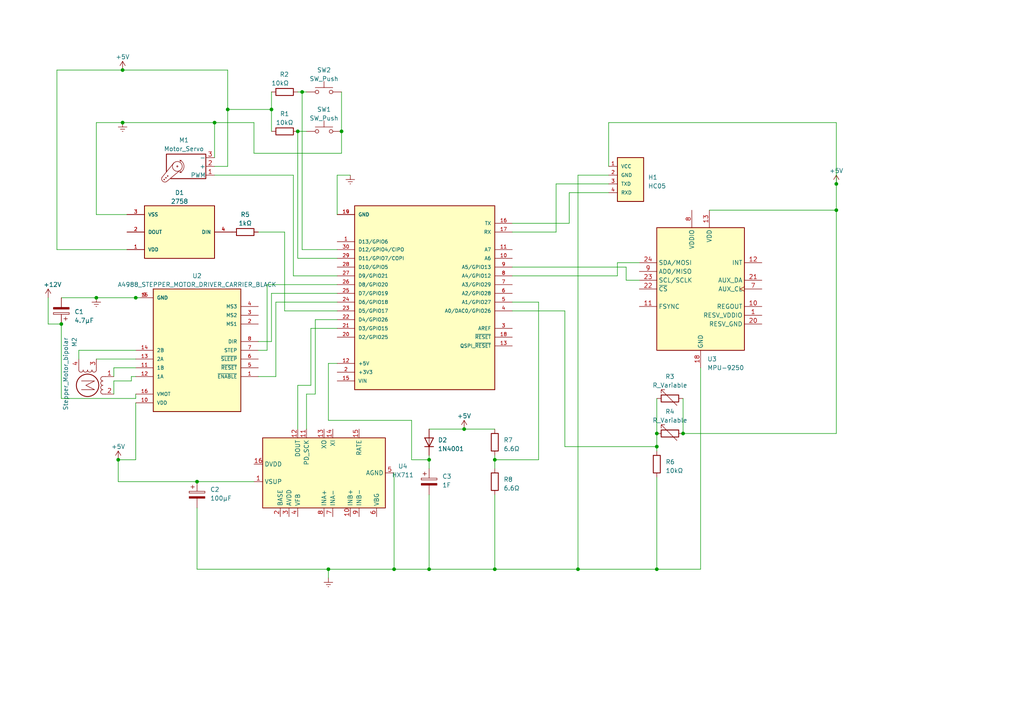
<source format=kicad_sch>
(kicad_sch (version 20230121) (generator eeschema)

  (uuid 61fbfcf9-cbc1-4a1a-8835-91b4492b13f3)

  (paper "A4")

  (lib_symbols
    (symbol "2758:2758" (pin_names (offset 1.016)) (in_bom yes) (on_board yes)
      (property "Reference" "D" (at -10.1621 8.8923 0)
        (effects (font (size 1.27 1.27)) (justify left bottom))
      )
      (property "Value" "2758" (at -10.16 -8.89 0)
        (effects (font (size 1.27 1.27)) (justify left top))
      )
      (property "Footprint" "SOL320P540X170-4N" (at 0 0 0)
        (effects (font (size 1.27 1.27)) (justify bottom) hide)
      )
      (property "Datasheet" "" (at 0 0 0)
        (effects (font (size 1.27 1.27)) hide)
      )
      (property "PARTREV" "01" (at 0 0 0)
        (effects (font (size 1.27 1.27)) (justify bottom) hide)
      )
      (property "MANUFACTURER" "Adafruit Industries" (at 0 0 0)
        (effects (font (size 1.27 1.27)) (justify bottom) hide)
      )
      (property "MAXIMUM_PACKAGE_HEIGHT" "1.7 mm" (at 0 0 0)
        (effects (font (size 1.27 1.27)) (justify bottom) hide)
      )
      (property "STANDARD" "IPC 7351B" (at 0 0 0)
        (effects (font (size 1.27 1.27)) (justify bottom) hide)
      )
      (symbol "2758_0_0"
        (rectangle (start -10.16 -7.62) (end 10.16 7.62)
          (stroke (width 0.254) (type default))
          (fill (type background))
        )
        (pin power_in line (at 15.24 5.08 180) (length 5.08)
          (name "VDD" (effects (font (size 1.016 1.016))))
          (number "1" (effects (font (size 1.016 1.016))))
        )
        (pin output line (at 15.24 0 180) (length 5.08)
          (name "DOUT" (effects (font (size 1.016 1.016))))
          (number "2" (effects (font (size 1.016 1.016))))
        )
        (pin power_in line (at 15.24 -5.08 180) (length 5.08)
          (name "VSS" (effects (font (size 1.016 1.016))))
          (number "3" (effects (font (size 1.016 1.016))))
        )
        (pin input line (at -15.24 0 0) (length 5.08)
          (name "DIN" (effects (font (size 1.016 1.016))))
          (number "4" (effects (font (size 1.016 1.016))))
        )
      )
    )
    (symbol "A4988_STEPPER_MOTOR_DRIVER_CARRIER_BLACK:A4988_STEPPER_MOTOR_DRIVER_CARRIER_BLACK" (pin_names (offset 1.016)) (in_bom yes) (on_board yes)
      (property "Reference" "U" (at -12.7 19.05 0)
        (effects (font (size 1.27 1.27)) (justify left bottom))
      )
      (property "Value" "A4988_STEPPER_MOTOR_DRIVER_CARRIER_BLACK" (at -12.7 -21.59 0)
        (effects (font (size 1.27 1.27)) (justify left bottom))
      )
      (property "Footprint" "MODULE_A4988_STEPPER_MOTOR_DRIVER_CARRIER_BLACK" (at 0 0 0)
        (effects (font (size 1.27 1.27)) (justify bottom) hide)
      )
      (property "Datasheet" "" (at 0 0 0)
        (effects (font (size 1.27 1.27)) hide)
      )
      (property "AVAILABILITY" "Unavailable" (at 0 0 0)
        (effects (font (size 1.27 1.27)) (justify bottom) hide)
      )
      (property "PACKAGE" "None" (at 0 0 0)
        (effects (font (size 1.27 1.27)) (justify bottom) hide)
      )
      (property "MP" "A4988 STEPPER MOTOR DRIVER CARRIER" (at 0 0 0)
        (effects (font (size 1.27 1.27)) (justify bottom) hide)
      )
      (property "DESCRIPTION" "Stepper Motor Driver" (at 0 0 0)
        (effects (font (size 1.27 1.27)) (justify bottom) hide)
      )
      (property "MF" "Pololu" (at 0 0 0)
        (effects (font (size 1.27 1.27)) (justify bottom) hide)
      )
      (property "PRICE" "None" (at 0 0 0)
        (effects (font (size 1.27 1.27)) (justify bottom) hide)
      )
      (symbol "A4988_STEPPER_MOTOR_DRIVER_CARRIER_BLACK_0_0"
        (rectangle (start -12.7 -17.78) (end 12.7 17.78)
          (stroke (width 0.254) (type default))
          (fill (type background))
        )
        (pin input line (at -17.78 7.62 0) (length 5.08)
          (name "~{ENABLE}" (effects (font (size 1.016 1.016))))
          (number "1" (effects (font (size 1.016 1.016))))
        )
        (pin power_in line (at 17.78 15.24 180) (length 5.08)
          (name "VDD" (effects (font (size 1.016 1.016))))
          (number "10" (effects (font (size 1.016 1.016))))
        )
        (pin output line (at 17.78 5.08 180) (length 5.08)
          (name "1B" (effects (font (size 1.016 1.016))))
          (number "11" (effects (font (size 1.016 1.016))))
        )
        (pin output line (at 17.78 7.62 180) (length 5.08)
          (name "1A" (effects (font (size 1.016 1.016))))
          (number "12" (effects (font (size 1.016 1.016))))
        )
        (pin output line (at 17.78 2.54 180) (length 5.08)
          (name "2A" (effects (font (size 1.016 1.016))))
          (number "13" (effects (font (size 1.016 1.016))))
        )
        (pin output line (at 17.78 0 180) (length 5.08)
          (name "2B" (effects (font (size 1.016 1.016))))
          (number "14" (effects (font (size 1.016 1.016))))
        )
        (pin power_in line (at 17.78 -15.24 180) (length 5.08)
          (name "GND" (effects (font (size 1.016 1.016))))
          (number "15" (effects (font (size 1.016 1.016))))
        )
        (pin power_in line (at 17.78 12.7 180) (length 5.08)
          (name "VMOT" (effects (font (size 1.016 1.016))))
          (number "16" (effects (font (size 1.016 1.016))))
        )
        (pin input line (at -17.78 -7.62 0) (length 5.08)
          (name "MS1" (effects (font (size 1.016 1.016))))
          (number "2" (effects (font (size 1.016 1.016))))
        )
        (pin input line (at -17.78 -10.16 0) (length 5.08)
          (name "MS2" (effects (font (size 1.016 1.016))))
          (number "3" (effects (font (size 1.016 1.016))))
        )
        (pin input line (at -17.78 -12.7 0) (length 5.08)
          (name "MS3" (effects (font (size 1.016 1.016))))
          (number "4" (effects (font (size 1.016 1.016))))
        )
        (pin input line (at -17.78 5.08 0) (length 5.08)
          (name "~{RESET}" (effects (font (size 1.016 1.016))))
          (number "5" (effects (font (size 1.016 1.016))))
        )
        (pin input line (at -17.78 2.54 0) (length 5.08)
          (name "~{SLEEP}" (effects (font (size 1.016 1.016))))
          (number "6" (effects (font (size 1.016 1.016))))
        )
        (pin input line (at -17.78 0 0) (length 5.08)
          (name "STEP" (effects (font (size 1.016 1.016))))
          (number "7" (effects (font (size 1.016 1.016))))
        )
        (pin input line (at -17.78 -2.54 0) (length 5.08)
          (name "DIR" (effects (font (size 1.016 1.016))))
          (number "8" (effects (font (size 1.016 1.016))))
        )
        (pin power_in line (at 17.78 -15.24 180) (length 5.08)
          (name "GND" (effects (font (size 1.016 1.016))))
          (number "9" (effects (font (size 1.016 1.016))))
        )
      )
    )
    (symbol "ABX00053:ABX00053" (pin_names (offset 1.016)) (in_bom yes) (on_board yes)
      (property "Reference" "U" (at -20.32 26.289 0)
        (effects (font (size 1.27 1.27)) (justify left bottom))
      )
      (property "Value" "ABX00053" (at -20.32 -30.48 0)
        (effects (font (size 1.27 1.27)) (justify left bottom))
      )
      (property "Footprint" "MODULE_ABX00053" (at 0 0 0)
        (effects (font (size 1.27 1.27)) (justify bottom) hide)
      )
      (property "Datasheet" "" (at 0 0 0)
        (effects (font (size 1.27 1.27)) hide)
      )
      (property "STANDARD" "Manufacturer Recommendations" (at 0 0 0)
        (effects (font (size 1.27 1.27)) (justify bottom) hide)
      )
      (property "MANUFACTURER" "Arduino" (at 0 0 0)
        (effects (font (size 1.27 1.27)) (justify bottom) hide)
      )
      (property "PARTREV" "Rev. 01 - 14/05/2021" (at 0 0 0)
        (effects (font (size 1.27 1.27)) (justify bottom) hide)
      )
      (symbol "ABX00053_0_0"
        (rectangle (start -20.32 -27.94) (end 20.32 25.4)
          (stroke (width 0.254) (type default))
          (fill (type background))
        )
        (pin bidirectional line (at 25.4 -17.526 180) (length 5.08)
          (name "D13/GPIO6" (effects (font (size 1.016 1.016))))
          (number "1" (effects (font (size 1.016 1.016))))
        )
        (pin bidirectional line (at -25.4 -12.7 0) (length 5.08)
          (name "A6" (effects (font (size 1.016 1.016))))
          (number "10" (effects (font (size 1.016 1.016))))
        )
        (pin bidirectional line (at -25.4 -15.24 0) (length 5.08)
          (name "A7" (effects (font (size 1.016 1.016))))
          (number "11" (effects (font (size 1.016 1.016))))
        )
        (pin power_in line (at 25.4 17.78 180) (length 5.08)
          (name "+5V" (effects (font (size 1.016 1.016))))
          (number "12" (effects (font (size 1.016 1.016))))
        )
        (pin input line (at -25.4 12.7 0) (length 5.08)
          (name "QSPI_~{RESET}" (effects (font (size 1.016 1.016))))
          (number "13" (effects (font (size 1.016 1.016))))
        )
        (pin power_in line (at 25.4 -25.4 180) (length 5.08)
          (name "GND" (effects (font (size 1.016 1.016))))
          (number "14" (effects (font (size 1.016 1.016))))
        )
        (pin power_in line (at 25.4 22.86 180) (length 5.08)
          (name "VIN" (effects (font (size 1.016 1.016))))
          (number "15" (effects (font (size 1.016 1.016))))
        )
        (pin bidirectional line (at -25.4 -22.86 0) (length 5.08)
          (name "TX" (effects (font (size 1.016 1.016))))
          (number "16" (effects (font (size 1.016 1.016))))
        )
        (pin bidirectional line (at -25.4 -20.32 0) (length 5.08)
          (name "RX" (effects (font (size 1.016 1.016))))
          (number "17" (effects (font (size 1.016 1.016))))
        )
        (pin input line (at -25.4 10.16 0) (length 5.08)
          (name "~{RESET}" (effects (font (size 1.016 1.016))))
          (number "18" (effects (font (size 1.016 1.016))))
        )
        (pin power_in line (at 25.4 -25.4 180) (length 5.08)
          (name "GND" (effects (font (size 1.016 1.016))))
          (number "19" (effects (font (size 1.016 1.016))))
        )
        (pin power_in line (at 25.4 20.32 180) (length 5.08)
          (name "+3V3" (effects (font (size 1.016 1.016))))
          (number "2" (effects (font (size 1.016 1.016))))
        )
        (pin bidirectional line (at 25.4 10.16 180) (length 5.08)
          (name "D2/GPIO25" (effects (font (size 1.016 1.016))))
          (number "20" (effects (font (size 1.016 1.016))))
        )
        (pin bidirectional line (at 25.4 7.62 180) (length 5.08)
          (name "D3/GPIO15" (effects (font (size 1.016 1.016))))
          (number "21" (effects (font (size 1.016 1.016))))
        )
        (pin bidirectional line (at 25.4 5.08 180) (length 5.08)
          (name "D4/GPIO26" (effects (font (size 1.016 1.016))))
          (number "22" (effects (font (size 1.016 1.016))))
        )
        (pin bidirectional line (at 25.4 2.54 180) (length 5.08)
          (name "D5/GPIO17" (effects (font (size 1.016 1.016))))
          (number "23" (effects (font (size 1.016 1.016))))
        )
        (pin bidirectional line (at 25.4 0 180) (length 5.08)
          (name "D6/GPIO18" (effects (font (size 1.016 1.016))))
          (number "24" (effects (font (size 1.016 1.016))))
        )
        (pin bidirectional line (at 25.4 -2.54 180) (length 5.08)
          (name "D7/GPIO19" (effects (font (size 1.016 1.016))))
          (number "25" (effects (font (size 1.016 1.016))))
        )
        (pin bidirectional line (at 25.4 -5.08 180) (length 5.08)
          (name "D8/GPIO20" (effects (font (size 1.016 1.016))))
          (number "26" (effects (font (size 1.016 1.016))))
        )
        (pin bidirectional line (at 25.4 -7.62 180) (length 5.08)
          (name "D9/GPIO21" (effects (font (size 1.016 1.016))))
          (number "27" (effects (font (size 1.016 1.016))))
        )
        (pin bidirectional line (at 25.4 -10.16 180) (length 5.08)
          (name "D10/GPIO5" (effects (font (size 1.016 1.016))))
          (number "28" (effects (font (size 1.016 1.016))))
        )
        (pin bidirectional line (at 25.4 -12.7 180) (length 5.08)
          (name "D11/GPIO7/COPI" (effects (font (size 1.016 1.016))))
          (number "29" (effects (font (size 1.016 1.016))))
        )
        (pin bidirectional line (at -25.4 7.62 0) (length 5.08)
          (name "AREF" (effects (font (size 1.016 1.016))))
          (number "3" (effects (font (size 1.016 1.016))))
        )
        (pin bidirectional line (at 25.4 -15.24 180) (length 5.08)
          (name "D12/GPIO4/CIPO" (effects (font (size 1.016 1.016))))
          (number "30" (effects (font (size 1.016 1.016))))
        )
        (pin bidirectional line (at -25.4 2.54 0) (length 5.08)
          (name "A0/DAC0/GPIO26" (effects (font (size 1.016 1.016))))
          (number "4" (effects (font (size 1.016 1.016))))
        )
        (pin bidirectional line (at -25.4 0 0) (length 5.08)
          (name "A1/GPIO27" (effects (font (size 1.016 1.016))))
          (number "5" (effects (font (size 1.016 1.016))))
        )
        (pin bidirectional line (at -25.4 -2.54 0) (length 5.08)
          (name "A2/GPIO28" (effects (font (size 1.016 1.016))))
          (number "6" (effects (font (size 1.016 1.016))))
        )
        (pin bidirectional line (at -25.4 -5.08 0) (length 5.08)
          (name "A3/GPIO29" (effects (font (size 1.016 1.016))))
          (number "7" (effects (font (size 1.016 1.016))))
        )
        (pin bidirectional line (at -25.4 -7.62 0) (length 5.08)
          (name "A4/GPIO12" (effects (font (size 1.016 1.016))))
          (number "8" (effects (font (size 1.016 1.016))))
        )
        (pin bidirectional line (at -25.4 -10.16 0) (length 5.08)
          (name "A5/GPIO13" (effects (font (size 1.016 1.016))))
          (number "9" (effects (font (size 1.016 1.016))))
        )
      )
    )
    (symbol "Analog_ADC:HX711" (in_bom yes) (on_board yes)
      (property "Reference" "U" (at 5.08 21.59 0)
        (effects (font (size 1.27 1.27)))
      )
      (property "Value" "HX711" (at 7.62 19.05 0)
        (effects (font (size 1.27 1.27)))
      )
      (property "Footprint" "Package_SO:SOP-16_3.9x9.9mm_P1.27mm" (at 3.81 1.27 0)
        (effects (font (size 1.27 1.27)) hide)
      )
      (property "Datasheet" "https://cdn.sparkfun.com/datasheets/Sensors/ForceFlex/hx711_english.pdf" (at 3.81 -1.27 0)
        (effects (font (size 1.27 1.27)) hide)
      )
      (property "ki_keywords" "adc load cell 24-bits analog weigh" (at 0 0 0)
        (effects (font (size 1.27 1.27)) hide)
      )
      (property "ki_description" "24-Bit Analog-to-Digital Converter (ADC) for Weigh Scales" (at 0 0 0)
        (effects (font (size 1.27 1.27)) hide)
      )
      (property "ki_fp_filters" "SOP*3.9x9.9mm*P1.27mm*" (at 0 0 0)
        (effects (font (size 1.27 1.27)) hide)
      )
      (symbol "HX711_0_1"
        (rectangle (start -10.16 17.78) (end 10.16 -17.78)
          (stroke (width 0.254) (type default))
          (fill (type background))
        )
      )
      (symbol "HX711_1_1"
        (pin power_in line (at -2.54 20.32 270) (length 2.54)
          (name "VSUP" (effects (font (size 1.27 1.27))))
          (number "1" (effects (font (size 1.27 1.27))))
        )
        (pin input line (at -12.7 -7.62 0) (length 2.54)
          (name "INB+" (effects (font (size 1.27 1.27))))
          (number "10" (effects (font (size 1.27 1.27))))
        )
        (pin input line (at 12.7 5.08 180) (length 2.54)
          (name "PD_SCK" (effects (font (size 1.27 1.27))))
          (number "11" (effects (font (size 1.27 1.27))))
        )
        (pin output line (at 12.7 7.62 180) (length 2.54)
          (name "DOUT" (effects (font (size 1.27 1.27))))
          (number "12" (effects (font (size 1.27 1.27))))
        )
        (pin passive line (at 12.7 0 180) (length 2.54)
          (name "XO" (effects (font (size 1.27 1.27))))
          (number "13" (effects (font (size 1.27 1.27))))
        )
        (pin passive line (at 12.7 -2.54 180) (length 2.54)
          (name "XI" (effects (font (size 1.27 1.27))))
          (number "14" (effects (font (size 1.27 1.27))))
        )
        (pin input line (at 12.7 -10.16 180) (length 2.54)
          (name "RATE" (effects (font (size 1.27 1.27))))
          (number "15" (effects (font (size 1.27 1.27))))
        )
        (pin power_in line (at 2.54 20.32 270) (length 2.54)
          (name "DVDD" (effects (font (size 1.27 1.27))))
          (number "16" (effects (font (size 1.27 1.27))))
        )
        (pin passive line (at -12.7 12.7 0) (length 2.54)
          (name "BASE" (effects (font (size 1.27 1.27))))
          (number "2" (effects (font (size 1.27 1.27))))
        )
        (pin power_in line (at -12.7 10.16 0) (length 2.54)
          (name "AVDD" (effects (font (size 1.27 1.27))))
          (number "3" (effects (font (size 1.27 1.27))))
        )
        (pin input line (at -12.7 7.62 0) (length 2.54)
          (name "VFB" (effects (font (size 1.27 1.27))))
          (number "4" (effects (font (size 1.27 1.27))))
        )
        (pin power_in line (at 0 -20.32 90) (length 2.54)
          (name "AGND" (effects (font (size 1.27 1.27))))
          (number "5" (effects (font (size 1.27 1.27))))
        )
        (pin passive line (at -12.7 -15.24 0) (length 2.54)
          (name "VBG" (effects (font (size 1.27 1.27))))
          (number "6" (effects (font (size 1.27 1.27))))
        )
        (pin input line (at -12.7 -2.54 0) (length 2.54)
          (name "INA-" (effects (font (size 1.27 1.27))))
          (number "7" (effects (font (size 1.27 1.27))))
        )
        (pin input line (at -12.7 0 0) (length 2.54)
          (name "INA+" (effects (font (size 1.27 1.27))))
          (number "8" (effects (font (size 1.27 1.27))))
        )
        (pin input line (at -12.7 -10.16 0) (length 2.54)
          (name "INB-" (effects (font (size 1.27 1.27))))
          (number "9" (effects (font (size 1.27 1.27))))
        )
      )
    )
    (symbol "Device:C_Polarized" (pin_numbers hide) (pin_names (offset 0.254)) (in_bom yes) (on_board yes)
      (property "Reference" "C" (at 0.635 2.54 0)
        (effects (font (size 1.27 1.27)) (justify left))
      )
      (property "Value" "C_Polarized" (at 0.635 -2.54 0)
        (effects (font (size 1.27 1.27)) (justify left))
      )
      (property "Footprint" "" (at 0.9652 -3.81 0)
        (effects (font (size 1.27 1.27)) hide)
      )
      (property "Datasheet" "~" (at 0 0 0)
        (effects (font (size 1.27 1.27)) hide)
      )
      (property "ki_keywords" "cap capacitor" (at 0 0 0)
        (effects (font (size 1.27 1.27)) hide)
      )
      (property "ki_description" "Polarized capacitor" (at 0 0 0)
        (effects (font (size 1.27 1.27)) hide)
      )
      (property "ki_fp_filters" "CP_*" (at 0 0 0)
        (effects (font (size 1.27 1.27)) hide)
      )
      (symbol "C_Polarized_0_1"
        (rectangle (start -2.286 0.508) (end 2.286 1.016)
          (stroke (width 0) (type default))
          (fill (type none))
        )
        (polyline
          (pts
            (xy -1.778 2.286)
            (xy -0.762 2.286)
          )
          (stroke (width 0) (type default))
          (fill (type none))
        )
        (polyline
          (pts
            (xy -1.27 2.794)
            (xy -1.27 1.778)
          )
          (stroke (width 0) (type default))
          (fill (type none))
        )
        (rectangle (start 2.286 -0.508) (end -2.286 -1.016)
          (stroke (width 0) (type default))
          (fill (type outline))
        )
      )
      (symbol "C_Polarized_1_1"
        (pin passive line (at 0 3.81 270) (length 2.794)
          (name "~" (effects (font (size 1.27 1.27))))
          (number "1" (effects (font (size 1.27 1.27))))
        )
        (pin passive line (at 0 -3.81 90) (length 2.794)
          (name "~" (effects (font (size 1.27 1.27))))
          (number "2" (effects (font (size 1.27 1.27))))
        )
      )
    )
    (symbol "Device:R" (pin_numbers hide) (pin_names (offset 0)) (in_bom yes) (on_board yes)
      (property "Reference" "R" (at 2.032 0 90)
        (effects (font (size 1.27 1.27)))
      )
      (property "Value" "R" (at 0 0 90)
        (effects (font (size 1.27 1.27)))
      )
      (property "Footprint" "" (at -1.778 0 90)
        (effects (font (size 1.27 1.27)) hide)
      )
      (property "Datasheet" "~" (at 0 0 0)
        (effects (font (size 1.27 1.27)) hide)
      )
      (property "ki_keywords" "R res resistor" (at 0 0 0)
        (effects (font (size 1.27 1.27)) hide)
      )
      (property "ki_description" "Resistor" (at 0 0 0)
        (effects (font (size 1.27 1.27)) hide)
      )
      (property "ki_fp_filters" "R_*" (at 0 0 0)
        (effects (font (size 1.27 1.27)) hide)
      )
      (symbol "R_0_1"
        (rectangle (start -1.016 -2.54) (end 1.016 2.54)
          (stroke (width 0.254) (type default))
          (fill (type none))
        )
      )
      (symbol "R_1_1"
        (pin passive line (at 0 3.81 270) (length 1.27)
          (name "~" (effects (font (size 1.27 1.27))))
          (number "1" (effects (font (size 1.27 1.27))))
        )
        (pin passive line (at 0 -3.81 90) (length 1.27)
          (name "~" (effects (font (size 1.27 1.27))))
          (number "2" (effects (font (size 1.27 1.27))))
        )
      )
    )
    (symbol "Device:R_Variable" (pin_numbers hide) (pin_names (offset 0)) (in_bom yes) (on_board yes)
      (property "Reference" "R" (at 2.54 -2.54 90)
        (effects (font (size 1.27 1.27)) (justify left))
      )
      (property "Value" "R_Variable" (at -2.54 -1.27 90)
        (effects (font (size 1.27 1.27)) (justify left))
      )
      (property "Footprint" "" (at -1.778 0 90)
        (effects (font (size 1.27 1.27)) hide)
      )
      (property "Datasheet" "~" (at 0 0 0)
        (effects (font (size 1.27 1.27)) hide)
      )
      (property "ki_keywords" "R res resistor variable potentiometer rheostat" (at 0 0 0)
        (effects (font (size 1.27 1.27)) hide)
      )
      (property "ki_description" "Variable resistor" (at 0 0 0)
        (effects (font (size 1.27 1.27)) hide)
      )
      (property "ki_fp_filters" "R_*" (at 0 0 0)
        (effects (font (size 1.27 1.27)) hide)
      )
      (symbol "R_Variable_0_1"
        (rectangle (start -1.016 -2.54) (end 1.016 2.54)
          (stroke (width 0.254) (type default))
          (fill (type none))
        )
        (polyline
          (pts
            (xy 2.54 1.524)
            (xy 2.54 2.54)
            (xy 1.524 2.54)
            (xy 2.54 2.54)
            (xy -2.032 -2.032)
          )
          (stroke (width 0) (type default))
          (fill (type none))
        )
      )
      (symbol "R_Variable_1_1"
        (pin passive line (at 0 3.81 270) (length 1.27)
          (name "~" (effects (font (size 1.27 1.27))))
          (number "1" (effects (font (size 1.27 1.27))))
        )
        (pin passive line (at 0 -3.81 90) (length 1.27)
          (name "~" (effects (font (size 1.27 1.27))))
          (number "2" (effects (font (size 1.27 1.27))))
        )
      )
    )
    (symbol "Diode:1N4001" (pin_numbers hide) (pin_names hide) (in_bom yes) (on_board yes)
      (property "Reference" "D" (at 0 2.54 0)
        (effects (font (size 1.27 1.27)))
      )
      (property "Value" "1N4001" (at 0 -2.54 0)
        (effects (font (size 1.27 1.27)))
      )
      (property "Footprint" "Diode_THT:D_DO-41_SOD81_P10.16mm_Horizontal" (at 0 0 0)
        (effects (font (size 1.27 1.27)) hide)
      )
      (property "Datasheet" "http://www.vishay.com/docs/88503/1n4001.pdf" (at 0 0 0)
        (effects (font (size 1.27 1.27)) hide)
      )
      (property "Sim.Device" "D" (at 0 0 0)
        (effects (font (size 1.27 1.27)) hide)
      )
      (property "Sim.Pins" "1=K 2=A" (at 0 0 0)
        (effects (font (size 1.27 1.27)) hide)
      )
      (property "ki_keywords" "diode" (at 0 0 0)
        (effects (font (size 1.27 1.27)) hide)
      )
      (property "ki_description" "50V 1A General Purpose Rectifier Diode, DO-41" (at 0 0 0)
        (effects (font (size 1.27 1.27)) hide)
      )
      (property "ki_fp_filters" "D*DO?41*" (at 0 0 0)
        (effects (font (size 1.27 1.27)) hide)
      )
      (symbol "1N4001_0_1"
        (polyline
          (pts
            (xy -1.27 1.27)
            (xy -1.27 -1.27)
          )
          (stroke (width 0.254) (type default))
          (fill (type none))
        )
        (polyline
          (pts
            (xy 1.27 0)
            (xy -1.27 0)
          )
          (stroke (width 0) (type default))
          (fill (type none))
        )
        (polyline
          (pts
            (xy 1.27 1.27)
            (xy 1.27 -1.27)
            (xy -1.27 0)
            (xy 1.27 1.27)
          )
          (stroke (width 0.254) (type default))
          (fill (type none))
        )
      )
      (symbol "1N4001_1_1"
        (pin passive line (at -3.81 0 0) (length 2.54)
          (name "K" (effects (font (size 1.27 1.27))))
          (number "1" (effects (font (size 1.27 1.27))))
        )
        (pin passive line (at 3.81 0 180) (length 2.54)
          (name "A" (effects (font (size 1.27 1.27))))
          (number "2" (effects (font (size 1.27 1.27))))
        )
      )
    )
    (symbol "HC05:HC05" (pin_names (offset 1.016)) (in_bom yes) (on_board yes)
      (property "Reference" "H" (at -5.08 5.08 0)
        (effects (font (size 1.27 1.27)) (justify left bottom))
      )
      (property "Value" "HC05" (at -5.08 -10.16 0)
        (effects (font (size 1.27 1.27)) (justify left bottom))
      )
      (property "Footprint" "HC05" (at 0 0 0)
        (effects (font (size 1.27 1.27)) (justify bottom) hide)
      )
      (property "Datasheet" "" (at 0 0 0)
        (effects (font (size 1.27 1.27)) hide)
      )
      (symbol "HC05_0_0"
        (rectangle (start -5.08 -7.62) (end 2.54 5.08)
          (stroke (width 0.254) (type default))
          (fill (type background))
        )
        (pin bidirectional line (at -7.62 2.54 0) (length 2.54)
          (name "VCC" (effects (font (size 1.016 1.016))))
          (number "1" (effects (font (size 1.016 1.016))))
        )
        (pin bidirectional line (at -7.62 0 0) (length 2.54)
          (name "GND" (effects (font (size 1.016 1.016))))
          (number "2" (effects (font (size 1.016 1.016))))
        )
        (pin bidirectional line (at -7.62 -2.54 0) (length 2.54)
          (name "TXD" (effects (font (size 1.016 1.016))))
          (number "3" (effects (font (size 1.016 1.016))))
        )
        (pin bidirectional line (at -7.62 -5.08 0) (length 2.54)
          (name "RXD" (effects (font (size 1.016 1.016))))
          (number "4" (effects (font (size 1.016 1.016))))
        )
      )
    )
    (symbol "Motor:Motor_Servo" (pin_names (offset 0.0254)) (in_bom yes) (on_board yes)
      (property "Reference" "M" (at -5.08 4.445 0)
        (effects (font (size 1.27 1.27)) (justify left))
      )
      (property "Value" "Motor_Servo" (at -5.08 -4.064 0)
        (effects (font (size 1.27 1.27)) (justify left top))
      )
      (property "Footprint" "" (at 0 -4.826 0)
        (effects (font (size 1.27 1.27)) hide)
      )
      (property "Datasheet" "http://forums.parallax.com/uploads/attachments/46831/74481.png" (at 0 -4.826 0)
        (effects (font (size 1.27 1.27)) hide)
      )
      (property "ki_keywords" "Servo Motor" (at 0 0 0)
        (effects (font (size 1.27 1.27)) hide)
      )
      (property "ki_description" "Servo Motor (Futaba, HiTec, JR connector)" (at 0 0 0)
        (effects (font (size 1.27 1.27)) hide)
      )
      (property "ki_fp_filters" "PinHeader*P2.54mm*" (at 0 0 0)
        (effects (font (size 1.27 1.27)) hide)
      )
      (symbol "Motor_Servo_0_1"
        (polyline
          (pts
            (xy 2.413 -1.778)
            (xy 2.032 -1.778)
          )
          (stroke (width 0) (type default))
          (fill (type none))
        )
        (polyline
          (pts
            (xy 2.413 -1.778)
            (xy 2.286 -1.397)
          )
          (stroke (width 0) (type default))
          (fill (type none))
        )
        (polyline
          (pts
            (xy 2.413 1.778)
            (xy 1.905 1.778)
          )
          (stroke (width 0) (type default))
          (fill (type none))
        )
        (polyline
          (pts
            (xy 2.413 1.778)
            (xy 2.286 1.397)
          )
          (stroke (width 0) (type default))
          (fill (type none))
        )
        (polyline
          (pts
            (xy 6.35 4.445)
            (xy 2.54 1.27)
          )
          (stroke (width 0) (type default))
          (fill (type none))
        )
        (polyline
          (pts
            (xy 7.62 3.175)
            (xy 4.191 -1.016)
          )
          (stroke (width 0) (type default))
          (fill (type none))
        )
        (polyline
          (pts
            (xy 5.08 3.556)
            (xy -5.08 3.556)
            (xy -5.08 -3.556)
            (xy 6.35 -3.556)
            (xy 6.35 1.524)
          )
          (stroke (width 0.254) (type default))
          (fill (type none))
        )
        (arc (start 2.413 1.778) (mid 1.2406 0) (end 2.413 -1.778)
          (stroke (width 0) (type default))
          (fill (type none))
        )
        (circle (center 3.175 0) (radius 0.1778)
          (stroke (width 0) (type default))
          (fill (type none))
        )
        (circle (center 3.175 0) (radius 1.4224)
          (stroke (width 0) (type default))
          (fill (type none))
        )
        (circle (center 5.969 2.794) (radius 0.127)
          (stroke (width 0) (type default))
          (fill (type none))
        )
        (circle (center 6.477 3.302) (radius 0.127)
          (stroke (width 0) (type default))
          (fill (type none))
        )
        (circle (center 6.985 3.81) (radius 0.127)
          (stroke (width 0) (type default))
          (fill (type none))
        )
        (arc (start 7.62 3.175) (mid 7.4485 4.2735) (end 6.35 4.445)
          (stroke (width 0) (type default))
          (fill (type none))
        )
      )
      (symbol "Motor_Servo_1_1"
        (pin passive line (at -7.62 2.54 0) (length 2.54)
          (name "PWM" (effects (font (size 1.27 1.27))))
          (number "1" (effects (font (size 1.27 1.27))))
        )
        (pin passive line (at -7.62 0 0) (length 2.54)
          (name "+" (effects (font (size 1.27 1.27))))
          (number "2" (effects (font (size 1.27 1.27))))
        )
        (pin passive line (at -7.62 -2.54 0) (length 2.54)
          (name "-" (effects (font (size 1.27 1.27))))
          (number "3" (effects (font (size 1.27 1.27))))
        )
      )
    )
    (symbol "Motor:Stepper_Motor_bipolar" (pin_names (offset 0) hide) (in_bom yes) (on_board yes)
      (property "Reference" "M" (at 3.81 2.54 0)
        (effects (font (size 1.27 1.27)) (justify left))
      )
      (property "Value" "Stepper_Motor_bipolar" (at 3.81 1.27 0)
        (effects (font (size 1.27 1.27)) (justify left top))
      )
      (property "Footprint" "" (at 0.254 -0.254 0)
        (effects (font (size 1.27 1.27)) hide)
      )
      (property "Datasheet" "http://www.infineon.com/dgdl/Application-Note-TLE8110EE_driving_UniPolarStepperMotor_V1.1.pdf?fileId=db3a30431be39b97011be5d0aa0a00b0" (at 0.254 -0.254 0)
        (effects (font (size 1.27 1.27)) hide)
      )
      (property "ki_keywords" "bipolar stepper motor" (at 0 0 0)
        (effects (font (size 1.27 1.27)) hide)
      )
      (property "ki_description" "4-wire bipolar stepper motor" (at 0 0 0)
        (effects (font (size 1.27 1.27)) hide)
      )
      (property "ki_fp_filters" "PinHeader*P2.54mm*Vertical* TerminalBlock* Motor*" (at 0 0 0)
        (effects (font (size 1.27 1.27)) hide)
      )
      (symbol "Stepper_Motor_bipolar_0_0"
        (polyline
          (pts
            (xy -1.27 -1.778)
            (xy -1.27 2.032)
            (xy 0 -0.508)
            (xy 1.27 2.032)
            (xy 1.27 -1.778)
          )
          (stroke (width 0) (type default))
          (fill (type none))
        )
      )
      (symbol "Stepper_Motor_bipolar_0_1"
        (arc (start -4.445 -2.54) (mid -3.8127 -1.905) (end -4.445 -1.27)
          (stroke (width 0) (type default))
          (fill (type none))
        )
        (arc (start -4.445 -1.27) (mid -3.8127 -0.635) (end -4.445 0)
          (stroke (width 0) (type default))
          (fill (type none))
        )
        (arc (start -4.445 0) (mid -3.8127 0.635) (end -4.445 1.27)
          (stroke (width 0) (type default))
          (fill (type none))
        )
        (arc (start -4.445 1.27) (mid -3.8127 1.905) (end -4.445 2.54)
          (stroke (width 0) (type default))
          (fill (type none))
        )
        (arc (start -2.54 4.445) (mid -1.905 3.8127) (end -1.27 4.445)
          (stroke (width 0) (type default))
          (fill (type none))
        )
        (arc (start -1.27 4.445) (mid -0.635 3.8127) (end 0 4.445)
          (stroke (width 0) (type default))
          (fill (type none))
        )
        (polyline
          (pts
            (xy -5.08 -2.54)
            (xy -4.445 -2.54)
          )
          (stroke (width 0) (type default))
          (fill (type none))
        )
        (polyline
          (pts
            (xy -5.08 2.54)
            (xy -4.445 2.54)
          )
          (stroke (width 0) (type default))
          (fill (type none))
        )
        (polyline
          (pts
            (xy -2.54 5.08)
            (xy -2.54 4.445)
          )
          (stroke (width 0) (type default))
          (fill (type none))
        )
        (polyline
          (pts
            (xy 2.54 5.08)
            (xy 2.54 4.445)
          )
          (stroke (width 0) (type default))
          (fill (type none))
        )
        (circle (center 0 0) (radius 3.2512)
          (stroke (width 0.254) (type default))
          (fill (type none))
        )
        (arc (start 0 4.445) (mid 0.635 3.8127) (end 1.27 4.445)
          (stroke (width 0) (type default))
          (fill (type none))
        )
        (arc (start 1.27 4.445) (mid 1.905 3.8127) (end 2.54 4.445)
          (stroke (width 0) (type default))
          (fill (type none))
        )
      )
      (symbol "Stepper_Motor_bipolar_1_1"
        (pin passive line (at -2.54 7.62 270) (length 2.54)
          (name "~" (effects (font (size 1.27 1.27))))
          (number "1" (effects (font (size 1.27 1.27))))
        )
        (pin passive line (at 2.54 7.62 270) (length 2.54)
          (name "-" (effects (font (size 1.27 1.27))))
          (number "2" (effects (font (size 1.27 1.27))))
        )
        (pin passive line (at -7.62 2.54 0) (length 2.54)
          (name "~" (effects (font (size 1.27 1.27))))
          (number "3" (effects (font (size 1.27 1.27))))
        )
        (pin passive line (at -7.62 -2.54 0) (length 2.54)
          (name "~" (effects (font (size 1.27 1.27))))
          (number "4" (effects (font (size 1.27 1.27))))
        )
      )
    )
    (symbol "Sensor_Motion:MPU-9250" (in_bom yes) (on_board yes)
      (property "Reference" "U" (at -11.43 19.05 0)
        (effects (font (size 1.27 1.27)))
      )
      (property "Value" "MPU-9250" (at 7.62 -19.05 0)
        (effects (font (size 1.27 1.27)))
      )
      (property "Footprint" "Sensor_Motion:InvenSense_QFN-24_3x3mm_P0.4mm" (at 0 -25.4 0)
        (effects (font (size 1.27 1.27)) hide)
      )
      (property "Datasheet" "https://invensense.tdk.com/wp-content/uploads/2015/02/PS-MPU-9250A-01-v1.1.pdf" (at 0 -3.81 0)
        (effects (font (size 1.27 1.27)) hide)
      )
      (property "ki_keywords" "mems magnetometer" (at 0 0 0)
        (effects (font (size 1.27 1.27)) hide)
      )
      (property "ki_description" "InvenSense 9-Axis Motion Sensor, Accelerometer, Gyroscope, Compass, I2C/SPI" (at 0 0 0)
        (effects (font (size 1.27 1.27)) hide)
      )
      (property "ki_fp_filters" "*QFN?24*3x3mm*P0.4mm*" (at 0 0 0)
        (effects (font (size 1.27 1.27)) hide)
      )
      (symbol "MPU-9250_0_1"
        (rectangle (start -12.7 17.78) (end 12.7 -17.78)
          (stroke (width 0.254) (type default))
          (fill (type background))
        )
      )
      (symbol "MPU-9250_1_1"
        (pin input line (at 17.78 -7.62 180) (length 5.08)
          (name "RESV_VDDIO" (effects (font (size 1.27 1.27))))
          (number "1" (effects (font (size 1.27 1.27))))
        )
        (pin passive line (at 17.78 -5.08 180) (length 5.08)
          (name "REGOUT" (effects (font (size 1.27 1.27))))
          (number "10" (effects (font (size 1.27 1.27))))
        )
        (pin input line (at -17.78 -5.08 0) (length 5.08)
          (name "FSYNC" (effects (font (size 1.27 1.27))))
          (number "11" (effects (font (size 1.27 1.27))))
        )
        (pin output line (at 17.78 7.62 180) (length 5.08)
          (name "INT" (effects (font (size 1.27 1.27))))
          (number "12" (effects (font (size 1.27 1.27))))
        )
        (pin power_in line (at 2.54 22.86 270) (length 5.08)
          (name "VDD" (effects (font (size 1.27 1.27))))
          (number "13" (effects (font (size 1.27 1.27))))
        )
        (pin power_in line (at 0 -22.86 90) (length 5.08)
          (name "GND" (effects (font (size 1.27 1.27))))
          (number "18" (effects (font (size 1.27 1.27))))
        )
        (pin power_in line (at 17.78 -10.16 180) (length 5.08)
          (name "RESV_GND" (effects (font (size 1.27 1.27))))
          (number "20" (effects (font (size 1.27 1.27))))
        )
        (pin bidirectional line (at 17.78 2.54 180) (length 5.08)
          (name "AUX_DA" (effects (font (size 1.27 1.27))))
          (number "21" (effects (font (size 1.27 1.27))))
        )
        (pin input line (at -17.78 0 0) (length 5.08)
          (name "~{CS}" (effects (font (size 1.27 1.27))))
          (number "22" (effects (font (size 1.27 1.27))))
        )
        (pin input line (at -17.78 2.54 0) (length 5.08)
          (name "SCL/SCLK" (effects (font (size 1.27 1.27))))
          (number "23" (effects (font (size 1.27 1.27))))
        )
        (pin bidirectional line (at -17.78 7.62 0) (length 5.08)
          (name "SDA/MOSI" (effects (font (size 1.27 1.27))))
          (number "24" (effects (font (size 1.27 1.27))))
        )
        (pin output clock (at 17.78 0 180) (length 5.08)
          (name "AUX_CL" (effects (font (size 1.27 1.27))))
          (number "7" (effects (font (size 1.27 1.27))))
        )
        (pin power_in line (at -2.54 22.86 270) (length 5.08)
          (name "VDDIO" (effects (font (size 1.27 1.27))))
          (number "8" (effects (font (size 1.27 1.27))))
        )
        (pin bidirectional line (at -17.78 5.08 0) (length 5.08)
          (name "AD0/MISO" (effects (font (size 1.27 1.27))))
          (number "9" (effects (font (size 1.27 1.27))))
        )
      )
    )
    (symbol "Switch:SW_Push" (pin_numbers hide) (pin_names (offset 1.016) hide) (in_bom yes) (on_board yes)
      (property "Reference" "SW" (at 1.27 2.54 0)
        (effects (font (size 1.27 1.27)) (justify left))
      )
      (property "Value" "SW_Push" (at 0 -1.524 0)
        (effects (font (size 1.27 1.27)))
      )
      (property "Footprint" "" (at 0 5.08 0)
        (effects (font (size 1.27 1.27)) hide)
      )
      (property "Datasheet" "~" (at 0 5.08 0)
        (effects (font (size 1.27 1.27)) hide)
      )
      (property "ki_keywords" "switch normally-open pushbutton push-button" (at 0 0 0)
        (effects (font (size 1.27 1.27)) hide)
      )
      (property "ki_description" "Push button switch, generic, two pins" (at 0 0 0)
        (effects (font (size 1.27 1.27)) hide)
      )
      (symbol "SW_Push_0_1"
        (circle (center -2.032 0) (radius 0.508)
          (stroke (width 0) (type default))
          (fill (type none))
        )
        (polyline
          (pts
            (xy 0 1.27)
            (xy 0 3.048)
          )
          (stroke (width 0) (type default))
          (fill (type none))
        )
        (polyline
          (pts
            (xy 2.54 1.27)
            (xy -2.54 1.27)
          )
          (stroke (width 0) (type default))
          (fill (type none))
        )
        (circle (center 2.032 0) (radius 0.508)
          (stroke (width 0) (type default))
          (fill (type none))
        )
        (pin passive line (at -5.08 0 0) (length 2.54)
          (name "1" (effects (font (size 1.27 1.27))))
          (number "1" (effects (font (size 1.27 1.27))))
        )
        (pin passive line (at 5.08 0 180) (length 2.54)
          (name "2" (effects (font (size 1.27 1.27))))
          (number "2" (effects (font (size 1.27 1.27))))
        )
      )
    )
    (symbol "power:+12V" (power) (pin_names (offset 0)) (in_bom yes) (on_board yes)
      (property "Reference" "#PWR" (at 0 -3.81 0)
        (effects (font (size 1.27 1.27)) hide)
      )
      (property "Value" "+12V" (at 0 3.556 0)
        (effects (font (size 1.27 1.27)))
      )
      (property "Footprint" "" (at 0 0 0)
        (effects (font (size 1.27 1.27)) hide)
      )
      (property "Datasheet" "" (at 0 0 0)
        (effects (font (size 1.27 1.27)) hide)
      )
      (property "ki_keywords" "global power" (at 0 0 0)
        (effects (font (size 1.27 1.27)) hide)
      )
      (property "ki_description" "Power symbol creates a global label with name \"+12V\"" (at 0 0 0)
        (effects (font (size 1.27 1.27)) hide)
      )
      (symbol "+12V_0_1"
        (polyline
          (pts
            (xy -0.762 1.27)
            (xy 0 2.54)
          )
          (stroke (width 0) (type default))
          (fill (type none))
        )
        (polyline
          (pts
            (xy 0 0)
            (xy 0 2.54)
          )
          (stroke (width 0) (type default))
          (fill (type none))
        )
        (polyline
          (pts
            (xy 0 2.54)
            (xy 0.762 1.27)
          )
          (stroke (width 0) (type default))
          (fill (type none))
        )
      )
      (symbol "+12V_1_1"
        (pin power_in line (at 0 0 90) (length 0) hide
          (name "+12V" (effects (font (size 1.27 1.27))))
          (number "1" (effects (font (size 1.27 1.27))))
        )
      )
    )
    (symbol "power:+5V" (power) (pin_names (offset 0)) (in_bom yes) (on_board yes)
      (property "Reference" "#PWR" (at 0 -3.81 0)
        (effects (font (size 1.27 1.27)) hide)
      )
      (property "Value" "+5V" (at 0 3.556 0)
        (effects (font (size 1.27 1.27)))
      )
      (property "Footprint" "" (at 0 0 0)
        (effects (font (size 1.27 1.27)) hide)
      )
      (property "Datasheet" "" (at 0 0 0)
        (effects (font (size 1.27 1.27)) hide)
      )
      (property "ki_keywords" "global power" (at 0 0 0)
        (effects (font (size 1.27 1.27)) hide)
      )
      (property "ki_description" "Power symbol creates a global label with name \"+5V\"" (at 0 0 0)
        (effects (font (size 1.27 1.27)) hide)
      )
      (symbol "+5V_0_1"
        (polyline
          (pts
            (xy -0.762 1.27)
            (xy 0 2.54)
          )
          (stroke (width 0) (type default))
          (fill (type none))
        )
        (polyline
          (pts
            (xy 0 0)
            (xy 0 2.54)
          )
          (stroke (width 0) (type default))
          (fill (type none))
        )
        (polyline
          (pts
            (xy 0 2.54)
            (xy 0.762 1.27)
          )
          (stroke (width 0) (type default))
          (fill (type none))
        )
      )
      (symbol "+5V_1_1"
        (pin power_in line (at 0 0 90) (length 0) hide
          (name "+5V" (effects (font (size 1.27 1.27))))
          (number "1" (effects (font (size 1.27 1.27))))
        )
      )
    )
    (symbol "power:Earth" (power) (pin_names (offset 0)) (in_bom yes) (on_board yes)
      (property "Reference" "#PWR" (at 0 -6.35 0)
        (effects (font (size 1.27 1.27)) hide)
      )
      (property "Value" "Earth" (at 0 -3.81 0)
        (effects (font (size 1.27 1.27)) hide)
      )
      (property "Footprint" "" (at 0 0 0)
        (effects (font (size 1.27 1.27)) hide)
      )
      (property "Datasheet" "~" (at 0 0 0)
        (effects (font (size 1.27 1.27)) hide)
      )
      (property "ki_keywords" "global ground gnd" (at 0 0 0)
        (effects (font (size 1.27 1.27)) hide)
      )
      (property "ki_description" "Power symbol creates a global label with name \"Earth\"" (at 0 0 0)
        (effects (font (size 1.27 1.27)) hide)
      )
      (symbol "Earth_0_1"
        (polyline
          (pts
            (xy -0.635 -1.905)
            (xy 0.635 -1.905)
          )
          (stroke (width 0) (type default))
          (fill (type none))
        )
        (polyline
          (pts
            (xy -0.127 -2.54)
            (xy 0.127 -2.54)
          )
          (stroke (width 0) (type default))
          (fill (type none))
        )
        (polyline
          (pts
            (xy 0 -1.27)
            (xy 0 0)
          )
          (stroke (width 0) (type default))
          (fill (type none))
        )
        (polyline
          (pts
            (xy 1.27 -1.27)
            (xy -1.27 -1.27)
          )
          (stroke (width 0) (type default))
          (fill (type none))
        )
      )
      (symbol "Earth_1_1"
        (pin power_in line (at 0 0 270) (length 0) hide
          (name "Earth" (effects (font (size 1.27 1.27))))
          (number "1" (effects (font (size 1.27 1.27))))
        )
      )
    )
  )

  (junction (at 198.12 125.73) (diameter 0) (color 0 0 0 0)
    (uuid 0114fe62-1110-46d0-a283-fc65b4aa7db6)
  )
  (junction (at 99.06 38.1) (diameter 0) (color 0 0 0 0)
    (uuid 05bd2cc6-cfeb-4d59-9dc7-e9882118fbbe)
  )
  (junction (at 190.5 165.1) (diameter 0) (color 0 0 0 0)
    (uuid 079be4c2-0a3a-42bb-90b1-a93f20dacf48)
  )
  (junction (at 86.36 38.1) (diameter 0) (color 0 0 0 0)
    (uuid 0c67a07f-559c-4dcb-97b3-42b03cc3a7cf)
  )
  (junction (at 78.74 31.75) (diameter 0) (color 0 0 0 0)
    (uuid 0efc3584-b91c-45c3-8252-e8aea38b3e2e)
  )
  (junction (at 143.51 165.1) (diameter 0) (color 0 0 0 0)
    (uuid 1fac6081-864a-45e6-adbe-4f5427d3fd05)
  )
  (junction (at 167.64 165.1) (diameter 0) (color 0 0 0 0)
    (uuid 1fec14c0-bc2b-4fbe-b407-30f36e40f048)
  )
  (junction (at 190.5 129.54) (diameter 0) (color 0 0 0 0)
    (uuid 285f52ae-8fc3-4e4b-9e5d-a0d159209e03)
  )
  (junction (at 27.94 86.36) (diameter 0) (color 0 0 0 0)
    (uuid 35ad58d7-94df-4757-b1ae-704b342f2bc7)
  )
  (junction (at 57.15 139.7) (diameter 0) (color 0 0 0 0)
    (uuid 3be4a4b7-a6ae-4740-a4fe-1514d53d1182)
  )
  (junction (at 190.5 125.73) (diameter 0) (color 0 0 0 0)
    (uuid 50f3b1ac-367b-4f0a-a6c3-64432478aeaf)
  )
  (junction (at 114.3 165.1) (diameter 0) (color 0 0 0 0)
    (uuid 626c0b0f-72f1-46cc-94f8-74f1a10d76bd)
  )
  (junction (at 124.46 165.1) (diameter 0) (color 0 0 0 0)
    (uuid 78d930ca-e763-422d-a843-48f3a2a8bc12)
  )
  (junction (at 35.56 20.32) (diameter 0) (color 0 0 0 0)
    (uuid 88e1dbc6-a613-4b7d-beb3-70bf6d102ad5)
  )
  (junction (at 242.57 60.96) (diameter 0) (color 0 0 0 0)
    (uuid 8aec5f89-2a2f-4a6c-ad9c-b8c395a4b1a3)
  )
  (junction (at 124.46 133.35) (diameter 0) (color 0 0 0 0)
    (uuid 92ec5864-978f-4060-98dd-46257a4cd165)
  )
  (junction (at 242.57 53.34) (diameter 0) (color 0 0 0 0)
    (uuid 9ec2287d-ca40-4f20-a85a-41103f45924f)
  )
  (junction (at 95.25 165.1) (diameter 0) (color 0 0 0 0)
    (uuid 9f29e1c3-5cf2-476b-9382-e4c778b890a8)
  )
  (junction (at 134.62 124.46) (diameter 0) (color 0 0 0 0)
    (uuid ab839607-e419-4556-9c2d-cf8d929b1e07)
  )
  (junction (at 62.23 35.56) (diameter 0) (color 0 0 0 0)
    (uuid b4540a8b-45df-4a9b-bf2d-cfcc36970659)
  )
  (junction (at 17.78 93.98) (diameter 0) (color 0 0 0 0)
    (uuid c26f6b76-7fa9-4e9f-8dfe-34ea4c3db3d2)
  )
  (junction (at 143.51 133.35) (diameter 0) (color 0 0 0 0)
    (uuid cbf43442-1f35-4af3-b074-00ce8d69821c)
  )
  (junction (at 39.37 86.36) (diameter 0) (color 0 0 0 0)
    (uuid d9a3f6c6-3937-43eb-8588-be56141d511b)
  )
  (junction (at 34.29 133.35) (diameter 0) (color 0 0 0 0)
    (uuid e16057b2-07c1-4b5e-a7d4-3a1fb889099d)
  )
  (junction (at 35.56 35.56) (diameter 0) (color 0 0 0 0)
    (uuid ef6a47f3-d55e-4911-90f6-d7d3e1f491e6)
  )
  (junction (at 87.63 26.67) (diameter 0) (color 0 0 0 0)
    (uuid eff09b74-4ba5-499d-808b-90f390868116)
  )
  (junction (at 66.04 31.75) (diameter 0) (color 0 0 0 0)
    (uuid f7213b3d-2e98-4e1b-a75c-1a50984c871a)
  )

  (wire (pts (xy 97.79 72.39) (xy 87.63 72.39))
    (stroke (width 0) (type default))
    (uuid 0297b9ed-8797-4ccc-a83e-a20920d16c86)
  )
  (wire (pts (xy 73.66 44.45) (xy 99.06 44.45))
    (stroke (width 0) (type default))
    (uuid 035edb05-3783-4c2a-a634-51dd3b475c85)
  )
  (wire (pts (xy 27.94 62.23) (xy 27.94 35.56))
    (stroke (width 0) (type default))
    (uuid 040a1ce6-c925-413e-a5bc-7e022075dd35)
  )
  (wire (pts (xy 97.79 82.55) (xy 77.47 82.55))
    (stroke (width 0) (type default))
    (uuid 0822b821-0b8a-4eae-b169-fe2e33fa1d8f)
  )
  (wire (pts (xy 36.83 62.23) (xy 27.94 62.23))
    (stroke (width 0) (type default))
    (uuid 0853d864-beee-4817-88f3-df04fd8abb7e)
  )
  (wire (pts (xy 33.02 106.68) (xy 33.02 109.22))
    (stroke (width 0) (type default))
    (uuid 0bcddf89-68d3-4e7a-a907-583ef0b5e699)
  )
  (wire (pts (xy 74.93 67.31) (xy 82.55 67.31))
    (stroke (width 0) (type default))
    (uuid 0ce7083b-f869-4fcf-ae64-445979b96e2e)
  )
  (wire (pts (xy 85.09 80.01) (xy 85.09 50.8))
    (stroke (width 0) (type default))
    (uuid 10d374d6-a557-4928-90dc-70b868217501)
  )
  (wire (pts (xy 62.23 35.56) (xy 73.66 35.56))
    (stroke (width 0) (type default))
    (uuid 14b8cd74-550e-4252-96da-60fd57d91324)
  )
  (wire (pts (xy 66.04 31.75) (xy 78.74 31.75))
    (stroke (width 0) (type default))
    (uuid 14ddcdb8-bc54-414e-88a8-eb5b1c7f4482)
  )
  (wire (pts (xy 95.25 121.92) (xy 119.38 121.92))
    (stroke (width 0) (type default))
    (uuid 1560d7d4-94ee-4bc6-9cc7-eecc208c10b2)
  )
  (wire (pts (xy 99.06 26.67) (xy 99.06 38.1))
    (stroke (width 0) (type default))
    (uuid 158b543f-5039-4285-93b4-5ae9a67e8756)
  )
  (wire (pts (xy 95.25 165.1) (xy 95.25 167.64))
    (stroke (width 0) (type default))
    (uuid 1955204a-b6a8-426e-b76a-d8d2653d6cb0)
  )
  (wire (pts (xy 33.02 110.49) (xy 33.02 114.3))
    (stroke (width 0) (type default))
    (uuid 1e73022a-1876-4147-bce5-dbe53b6d049e)
  )
  (wire (pts (xy 22.86 101.6) (xy 22.86 104.14))
    (stroke (width 0) (type default))
    (uuid 1f533e30-3e86-4b52-aedf-4203b483df2c)
  )
  (wire (pts (xy 190.5 129.54) (xy 190.5 130.81))
    (stroke (width 0) (type default))
    (uuid 22ead80c-9438-4fb5-a685-1ac9845b8c7e)
  )
  (wire (pts (xy 39.37 115.57) (xy 17.78 115.57))
    (stroke (width 0) (type default))
    (uuid 257e9d75-9ef0-46bd-8bf5-1ad3ecae1e58)
  )
  (wire (pts (xy 95.25 105.41) (xy 95.25 121.92))
    (stroke (width 0) (type default))
    (uuid 25dc25b3-065b-4530-81f3-c26f8871e4d9)
  )
  (wire (pts (xy 99.06 44.45) (xy 99.06 38.1))
    (stroke (width 0) (type default))
    (uuid 2652b399-be8c-4671-b902-28d2a144353b)
  )
  (wire (pts (xy 148.59 87.63) (xy 156.21 87.63))
    (stroke (width 0) (type default))
    (uuid 28f15e76-c67c-4bab-9006-62eaaa8bc007)
  )
  (wire (pts (xy 163.83 90.17) (xy 163.83 129.54))
    (stroke (width 0) (type default))
    (uuid 2e597a71-b192-47ac-b1f8-c8a417f7ba95)
  )
  (wire (pts (xy 88.9 38.1) (xy 86.36 38.1))
    (stroke (width 0) (type default))
    (uuid 2f146e0e-369c-4468-a59a-9e78d75cad03)
  )
  (wire (pts (xy 88.9 114.3) (xy 88.9 124.46))
    (stroke (width 0) (type default))
    (uuid 2faf143f-3632-46c8-b364-c65c1be03e8f)
  )
  (wire (pts (xy 78.74 99.06) (xy 74.93 99.06))
    (stroke (width 0) (type default))
    (uuid 3206f176-6ea5-4ef2-8771-6aec99e2df90)
  )
  (wire (pts (xy 34.29 139.7) (xy 57.15 139.7))
    (stroke (width 0) (type default))
    (uuid 32db6ede-80e9-4b84-a63f-d8d802b66d73)
  )
  (wire (pts (xy 176.53 35.56) (xy 242.57 35.56))
    (stroke (width 0) (type default))
    (uuid 37c8ced2-3858-47fc-874a-7d0232b32821)
  )
  (wire (pts (xy 97.79 105.41) (xy 95.25 105.41))
    (stroke (width 0) (type default))
    (uuid 37ce31a6-9356-4871-86f7-253363da918e)
  )
  (wire (pts (xy 85.09 50.8) (xy 62.23 50.8))
    (stroke (width 0) (type default))
    (uuid 37f6e5e1-a8df-46f5-86b1-a2e3d84947dd)
  )
  (wire (pts (xy 97.79 85.09) (xy 78.74 85.09))
    (stroke (width 0) (type default))
    (uuid 3fa6f980-ed92-472a-8f90-64b0c6f7c6b4)
  )
  (wire (pts (xy 86.36 26.67) (xy 87.63 26.67))
    (stroke (width 0) (type default))
    (uuid 400d6cae-3ea1-48f3-89b2-769fc6133699)
  )
  (wire (pts (xy 39.37 86.36) (xy 40.64 86.36))
    (stroke (width 0) (type default))
    (uuid 4087239c-a84c-44c7-9e30-32c741b3e790)
  )
  (wire (pts (xy 190.5 165.1) (xy 203.2 165.1))
    (stroke (width 0) (type default))
    (uuid 40af04d5-1740-48fc-aa03-d46d26bdd123)
  )
  (wire (pts (xy 143.51 132.08) (xy 143.51 133.35))
    (stroke (width 0) (type default))
    (uuid 411a6350-7dba-457f-b44b-7cf974707085)
  )
  (wire (pts (xy 165.1 55.88) (xy 176.53 55.88))
    (stroke (width 0) (type default))
    (uuid 4202a240-bda2-4c38-a357-93f852ffa002)
  )
  (wire (pts (xy 87.63 72.39) (xy 87.63 26.67))
    (stroke (width 0) (type default))
    (uuid 425d4365-743f-4a41-b4dc-7cdcb1e0f2c5)
  )
  (wire (pts (xy 167.64 50.8) (xy 167.64 165.1))
    (stroke (width 0) (type default))
    (uuid 45eea4d8-7e8d-422c-a5c4-5776b6ef2d30)
  )
  (wire (pts (xy 86.36 74.93) (xy 86.36 38.1))
    (stroke (width 0) (type default))
    (uuid 469514b8-cc89-49a4-bb97-99a7fc9a29b4)
  )
  (wire (pts (xy 203.2 106.68) (xy 203.2 165.1))
    (stroke (width 0) (type default))
    (uuid 471f4785-6cf4-47da-94b3-a826ac1c991d)
  )
  (wire (pts (xy 190.5 138.43) (xy 190.5 165.1))
    (stroke (width 0) (type default))
    (uuid 4b1776f6-0e52-4696-8472-169f6c67506a)
  )
  (wire (pts (xy 39.37 106.68) (xy 33.02 106.68))
    (stroke (width 0) (type default))
    (uuid 4f900c99-dd1a-44a8-a4d4-b425d3c1b694)
  )
  (wire (pts (xy 124.46 133.35) (xy 124.46 135.89))
    (stroke (width 0) (type default))
    (uuid 56dbbc3c-fbe2-466b-a06a-00589c9f7a94)
  )
  (wire (pts (xy 97.79 50.8) (xy 101.6 50.8))
    (stroke (width 0) (type default))
    (uuid 5dc659a8-1f73-4293-b236-d9221ff266f4)
  )
  (wire (pts (xy 167.64 165.1) (xy 190.5 165.1))
    (stroke (width 0) (type default))
    (uuid 6084c609-228c-4ae5-87e9-bbaabb2298b9)
  )
  (wire (pts (xy 77.47 82.55) (xy 77.47 101.6))
    (stroke (width 0) (type default))
    (uuid 61524b92-f95f-47a9-8d2f-e7352ec77802)
  )
  (wire (pts (xy 86.36 111.76) (xy 86.36 124.46))
    (stroke (width 0) (type default))
    (uuid 6169d092-2d2d-494c-b39e-140d85233f85)
  )
  (wire (pts (xy 88.9 26.67) (xy 87.63 26.67))
    (stroke (width 0) (type default))
    (uuid 659d2e00-b259-4356-8e2a-ec49b3200b8e)
  )
  (wire (pts (xy 90.17 95.25) (xy 90.17 111.76))
    (stroke (width 0) (type default))
    (uuid 65cb5c4a-1c9e-490d-a5a9-133301d31e9d)
  )
  (wire (pts (xy 161.29 53.34) (xy 176.53 53.34))
    (stroke (width 0) (type default))
    (uuid 65d96a76-545e-400d-8228-bf99672c2800)
  )
  (wire (pts (xy 57.15 147.32) (xy 57.15 165.1))
    (stroke (width 0) (type default))
    (uuid 6832547a-f66a-49d1-9ca5-9494abcf7abc)
  )
  (wire (pts (xy 124.46 165.1) (xy 143.51 165.1))
    (stroke (width 0) (type default))
    (uuid 69b8dcb5-ea30-4993-af6b-755fdaa411a7)
  )
  (wire (pts (xy 163.83 129.54) (xy 190.5 129.54))
    (stroke (width 0) (type default))
    (uuid 6b0db2a8-35bd-4281-9f1e-12bbcac79573)
  )
  (wire (pts (xy 190.5 115.57) (xy 190.5 125.73))
    (stroke (width 0) (type default))
    (uuid 6b2573f3-7cb8-4cb8-9a6f-33f020702d5a)
  )
  (wire (pts (xy 205.74 60.96) (xy 242.57 60.96))
    (stroke (width 0) (type default))
    (uuid 6e8197bc-20c7-4736-a281-e77cf34638ad)
  )
  (wire (pts (xy 78.74 26.67) (xy 78.74 31.75))
    (stroke (width 0) (type default))
    (uuid 70ea30d8-9f82-47ee-baa2-ae0a519a4477)
  )
  (wire (pts (xy 82.55 90.17) (xy 82.55 67.31))
    (stroke (width 0) (type default))
    (uuid 744dce69-e0e5-4dcc-97bb-fc70e296bb10)
  )
  (wire (pts (xy 57.15 165.1) (xy 95.25 165.1))
    (stroke (width 0) (type default))
    (uuid 7795a79c-149b-4a37-8ab8-78e3fa12dae4)
  )
  (wire (pts (xy 124.46 124.46) (xy 134.62 124.46))
    (stroke (width 0) (type default))
    (uuid 81738bd5-2f6b-433c-acf3-ec9bffe9b136)
  )
  (wire (pts (xy 181.61 77.47) (xy 181.61 81.28))
    (stroke (width 0) (type default))
    (uuid 83b45300-a388-4152-9c0b-569d1beffc5b)
  )
  (wire (pts (xy 148.59 80.01) (xy 179.07 80.01))
    (stroke (width 0) (type default))
    (uuid 84d4aca4-8f58-44ab-90c9-4a41e0f329a9)
  )
  (wire (pts (xy 39.37 114.3) (xy 39.37 115.57))
    (stroke (width 0) (type default))
    (uuid 8546059c-ceef-4bbf-96ba-1181363340ba)
  )
  (wire (pts (xy 66.04 20.32) (xy 35.56 20.32))
    (stroke (width 0) (type default))
    (uuid 85b434ce-bed2-4a98-9cad-065c27e46aea)
  )
  (wire (pts (xy 242.57 35.56) (xy 242.57 53.34))
    (stroke (width 0) (type default))
    (uuid 8c35fcd5-bf2d-48e6-a237-ff3821d81263)
  )
  (wire (pts (xy 73.66 35.56) (xy 73.66 44.45))
    (stroke (width 0) (type default))
    (uuid 8cd0c6cc-5fcf-4aa0-812b-370c3fcc0d87)
  )
  (wire (pts (xy 62.23 45.72) (xy 62.23 35.56))
    (stroke (width 0) (type default))
    (uuid 901f00fa-fd8c-4e67-a2b4-acad7da5a3b4)
  )
  (wire (pts (xy 80.01 87.63) (xy 80.01 109.22))
    (stroke (width 0) (type default))
    (uuid 91f6b8fd-2337-4203-be52-2772da27b279)
  )
  (wire (pts (xy 16.51 20.32) (xy 16.51 72.39))
    (stroke (width 0) (type default))
    (uuid 9395a57c-62a8-4bfc-a4ec-e97361559cba)
  )
  (wire (pts (xy 242.57 53.34) (xy 242.57 60.96))
    (stroke (width 0) (type default))
    (uuid 940d546c-95c0-48a3-b583-934fadb9e56d)
  )
  (wire (pts (xy 167.64 50.8) (xy 176.53 50.8))
    (stroke (width 0) (type default))
    (uuid 9516b13d-975d-4bc5-9ad4-6d2fc965d06b)
  )
  (wire (pts (xy 95.25 165.1) (xy 114.3 165.1))
    (stroke (width 0) (type default))
    (uuid 969ac0f4-a217-4bec-8f36-77c1c5ad7631)
  )
  (wire (pts (xy 39.37 101.6) (xy 22.86 101.6))
    (stroke (width 0) (type default))
    (uuid 9712b9df-71fd-4b16-a4b8-5206f0db4cf9)
  )
  (wire (pts (xy 97.79 62.23) (xy 97.79 50.8))
    (stroke (width 0) (type default))
    (uuid 973703e8-a29a-49c6-abd8-97c97a518595)
  )
  (wire (pts (xy 97.79 87.63) (xy 80.01 87.63))
    (stroke (width 0) (type default))
    (uuid 978b69bb-a748-4831-a67e-790ba1c90954)
  )
  (wire (pts (xy 148.59 77.47) (xy 181.61 77.47))
    (stroke (width 0) (type default))
    (uuid 987d260f-fe7c-440e-abbb-97ea7745a16b)
  )
  (wire (pts (xy 27.94 86.36) (xy 39.37 86.36))
    (stroke (width 0) (type default))
    (uuid 9aab9de8-6d00-405a-83cf-1d5be753a799)
  )
  (wire (pts (xy 148.59 90.17) (xy 163.83 90.17))
    (stroke (width 0) (type default))
    (uuid 9aacda8d-dc79-4418-a981-eb4d8831c98d)
  )
  (wire (pts (xy 38.1 110.49) (xy 38.1 109.22))
    (stroke (width 0) (type default))
    (uuid 9b53ecf9-2c1a-4b72-a5cb-928590abc77e)
  )
  (wire (pts (xy 176.53 35.56) (xy 176.53 48.26))
    (stroke (width 0) (type default))
    (uuid 9b553227-a6d6-4a33-945b-36e71bb467e4)
  )
  (wire (pts (xy 179.07 80.01) (xy 179.07 76.2))
    (stroke (width 0) (type default))
    (uuid 9c37cdae-7b2c-499e-9c26-240939189c8b)
  )
  (wire (pts (xy 119.38 133.35) (xy 124.46 133.35))
    (stroke (width 0) (type default))
    (uuid 9d1708d8-38dd-49c4-8548-45b686d65c5a)
  )
  (wire (pts (xy 124.46 132.08) (xy 124.46 133.35))
    (stroke (width 0) (type default))
    (uuid 9ef1017c-eb6d-45f2-b987-92681d350504)
  )
  (wire (pts (xy 80.01 109.22) (xy 74.93 109.22))
    (stroke (width 0) (type default))
    (uuid a369e8f5-07ef-4a7b-bcc4-2eeebd515f5d)
  )
  (wire (pts (xy 17.78 86.36) (xy 27.94 86.36))
    (stroke (width 0) (type default))
    (uuid a4bc9fe4-58e0-4496-9a03-29c87fd8cd61)
  )
  (wire (pts (xy 134.62 124.46) (xy 143.51 124.46))
    (stroke (width 0) (type default))
    (uuid a57b7880-52ef-43be-bfe3-252e979f136f)
  )
  (wire (pts (xy 148.59 67.31) (xy 161.29 67.31))
    (stroke (width 0) (type default))
    (uuid a5812b2d-cb02-404a-8426-539bc03786f7)
  )
  (wire (pts (xy 143.51 143.51) (xy 143.51 165.1))
    (stroke (width 0) (type default))
    (uuid a5e1ed03-f8b4-45cb-828d-8fe3b7fda491)
  )
  (wire (pts (xy 62.23 35.56) (xy 35.56 35.56))
    (stroke (width 0) (type default))
    (uuid a91f1ad2-bb9b-4483-ab82-e0639a00861d)
  )
  (wire (pts (xy 156.21 133.35) (xy 143.51 133.35))
    (stroke (width 0) (type default))
    (uuid aa08746e-01bf-448c-81a0-00daf7b65c9a)
  )
  (wire (pts (xy 27.94 104.14) (xy 39.37 104.14))
    (stroke (width 0) (type default))
    (uuid ab5a8959-e98d-4aaf-b009-c5384c100c35)
  )
  (wire (pts (xy 179.07 76.2) (xy 185.42 76.2))
    (stroke (width 0) (type default))
    (uuid ac3730bb-1568-4dc1-855d-2c634fd70156)
  )
  (wire (pts (xy 13.97 93.98) (xy 17.78 93.98))
    (stroke (width 0) (type default))
    (uuid b0aa7f39-b626-411b-9cac-9f0dd21ebb66)
  )
  (wire (pts (xy 17.78 115.57) (xy 17.78 93.98))
    (stroke (width 0) (type default))
    (uuid b3d39e7c-2e63-4205-912b-3f0584b9e588)
  )
  (wire (pts (xy 148.59 64.77) (xy 165.1 64.77))
    (stroke (width 0) (type default))
    (uuid b7240c3c-f812-4638-9863-25c8888a2d09)
  )
  (wire (pts (xy 38.1 109.22) (xy 39.37 109.22))
    (stroke (width 0) (type default))
    (uuid b7c9c8c4-414c-4ace-a7cd-fe98962812b5)
  )
  (wire (pts (xy 114.3 165.1) (xy 124.46 165.1))
    (stroke (width 0) (type default))
    (uuid b84263ca-3d3d-4b88-b1fd-ba4e43d59d7f)
  )
  (wire (pts (xy 39.37 133.35) (xy 34.29 133.35))
    (stroke (width 0) (type default))
    (uuid b8c38f96-0009-49d5-b046-72633cf4cce7)
  )
  (wire (pts (xy 27.94 35.56) (xy 35.56 35.56))
    (stroke (width 0) (type default))
    (uuid bc157c2a-74d5-4ea3-868f-553008512e7e)
  )
  (wire (pts (xy 91.44 92.71) (xy 97.79 92.71))
    (stroke (width 0) (type default))
    (uuid bf1eb3e1-d111-414b-ad6a-5f19fbf08d5a)
  )
  (wire (pts (xy 34.29 133.35) (xy 34.29 139.7))
    (stroke (width 0) (type default))
    (uuid bfd596ac-77e0-48e0-a2db-f954205680d4)
  )
  (wire (pts (xy 97.79 95.25) (xy 90.17 95.25))
    (stroke (width 0) (type default))
    (uuid c2db9b30-7b98-4535-9c05-2343e52102ed)
  )
  (wire (pts (xy 143.51 133.35) (xy 143.51 135.89))
    (stroke (width 0) (type default))
    (uuid c43d2f3c-ddc8-4420-8ec2-465be9217725)
  )
  (wire (pts (xy 66.04 31.75) (xy 66.04 48.26))
    (stroke (width 0) (type default))
    (uuid c5d6762d-57be-46b8-be9f-35181a1a4d17)
  )
  (wire (pts (xy 16.51 20.32) (xy 35.56 20.32))
    (stroke (width 0) (type default))
    (uuid c5e158cf-fea0-4a6f-82fe-d796226214da)
  )
  (wire (pts (xy 190.5 125.73) (xy 190.5 129.54))
    (stroke (width 0) (type default))
    (uuid c751605c-4f46-4a3d-b592-3b0f882d2a15)
  )
  (wire (pts (xy 165.1 64.77) (xy 165.1 55.88))
    (stroke (width 0) (type default))
    (uuid cfaec4aa-1050-42c1-9050-ecc8854ed005)
  )
  (wire (pts (xy 78.74 31.75) (xy 78.74 38.1))
    (stroke (width 0) (type default))
    (uuid d3accd82-78c7-4a57-9f48-f9f288bf6bb3)
  )
  (wire (pts (xy 86.36 111.76) (xy 90.17 111.76))
    (stroke (width 0) (type default))
    (uuid d4976f57-c7ca-4caf-8423-0df0fe8fe8a9)
  )
  (wire (pts (xy 13.97 86.36) (xy 13.97 93.98))
    (stroke (width 0) (type default))
    (uuid d6cc3106-ca06-4f42-bd6f-848433aaaaff)
  )
  (wire (pts (xy 88.9 114.3) (xy 91.44 114.3))
    (stroke (width 0) (type default))
    (uuid d7046d4a-da92-45cf-b285-3781d3c4533e)
  )
  (wire (pts (xy 143.51 165.1) (xy 167.64 165.1))
    (stroke (width 0) (type default))
    (uuid d8227786-d4cf-4f88-9773-ecc928299096)
  )
  (wire (pts (xy 156.21 87.63) (xy 156.21 133.35))
    (stroke (width 0) (type default))
    (uuid db973b83-f92d-4b6c-a63a-7c8264fad971)
  )
  (wire (pts (xy 36.83 72.39) (xy 16.51 72.39))
    (stroke (width 0) (type default))
    (uuid dc8ee1ef-6dd3-4da0-92f7-0601dce94d99)
  )
  (wire (pts (xy 66.04 20.32) (xy 66.04 31.75))
    (stroke (width 0) (type default))
    (uuid dde9fa70-f319-478a-90b0-60d46be718f7)
  )
  (wire (pts (xy 86.36 74.93) (xy 97.79 74.93))
    (stroke (width 0) (type default))
    (uuid de3bcda8-3d8e-4d27-b517-c9e1d27da389)
  )
  (wire (pts (xy 119.38 121.92) (xy 119.38 133.35))
    (stroke (width 0) (type default))
    (uuid e03eaf4a-736f-4f42-9619-fff492e11371)
  )
  (wire (pts (xy 66.04 48.26) (xy 62.23 48.26))
    (stroke (width 0) (type default))
    (uuid e1458db4-bc57-4188-971e-049734eea506)
  )
  (wire (pts (xy 124.46 143.51) (xy 124.46 165.1))
    (stroke (width 0) (type default))
    (uuid e27581a1-0d22-469c-a8d0-b124932f5c66)
  )
  (wire (pts (xy 97.79 90.17) (xy 82.55 90.17))
    (stroke (width 0) (type default))
    (uuid e3ff5c00-6325-4d4b-a925-33b06e5a86ba)
  )
  (wire (pts (xy 38.1 110.49) (xy 33.02 110.49))
    (stroke (width 0) (type default))
    (uuid e74565ac-8285-4aaf-993f-be1f233baba7)
  )
  (wire (pts (xy 198.12 115.57) (xy 198.12 125.73))
    (stroke (width 0) (type default))
    (uuid e7a18b56-c40d-4eb3-9e50-73c2b50eb37f)
  )
  (wire (pts (xy 198.12 125.73) (xy 242.57 125.73))
    (stroke (width 0) (type default))
    (uuid e7cbadaa-7b95-4720-a8c4-51517f375c66)
  )
  (wire (pts (xy 114.3 137.16) (xy 114.3 165.1))
    (stroke (width 0) (type default))
    (uuid e8d58101-86c1-415a-99c4-8648308efc30)
  )
  (wire (pts (xy 181.61 81.28) (xy 185.42 81.28))
    (stroke (width 0) (type default))
    (uuid ea72440f-88fc-4bf5-8997-c9e6da82b409)
  )
  (wire (pts (xy 91.44 92.71) (xy 91.44 114.3))
    (stroke (width 0) (type default))
    (uuid ea9eebd9-dc7a-4c56-b590-050aee9f8d08)
  )
  (wire (pts (xy 57.15 139.7) (xy 73.66 139.7))
    (stroke (width 0) (type default))
    (uuid ec8d6dcc-ad87-4b67-a6b2-202438b8c144)
  )
  (wire (pts (xy 39.37 116.84) (xy 39.37 133.35))
    (stroke (width 0) (type default))
    (uuid f02b5742-8fea-4966-a35c-b4b62439434a)
  )
  (wire (pts (xy 242.57 60.96) (xy 242.57 125.73))
    (stroke (width 0) (type default))
    (uuid f0535fc4-3073-4eb0-b5cf-c9833c6588b8)
  )
  (wire (pts (xy 77.47 101.6) (xy 74.93 101.6))
    (stroke (width 0) (type default))
    (uuid f145f6df-2adf-4206-adc8-be9a56473cbd)
  )
  (wire (pts (xy 97.79 80.01) (xy 85.09 80.01))
    (stroke (width 0) (type default))
    (uuid f1c735d8-7677-4857-b335-e2fe62fc0ca3)
  )
  (wire (pts (xy 161.29 67.31) (xy 161.29 53.34))
    (stroke (width 0) (type default))
    (uuid f312745a-f472-4c54-a4e4-5390583cda4b)
  )
  (wire (pts (xy 78.74 85.09) (xy 78.74 99.06))
    (stroke (width 0) (type default))
    (uuid fea1533f-a18c-4d9a-a421-9edbc20ebdd4)
  )

  (symbol (lib_id "Device:C_Polarized") (at 124.46 139.7 0) (unit 1)
    (in_bom yes) (on_board yes) (dnp no) (fields_autoplaced)
    (uuid 05ded498-7281-4d18-8f36-7eacd9530399)
    (property "Reference" "C3" (at 128.27 138.176 0)
      (effects (font (size 1.27 1.27)) (justify left))
    )
    (property "Value" "1F" (at 128.27 140.716 0)
      (effects (font (size 1.27 1.27)) (justify left))
    )
    (property "Footprint" "" (at 125.4252 143.51 0)
      (effects (font (size 1.27 1.27)) hide)
    )
    (property "Datasheet" "~" (at 124.46 139.7 0)
      (effects (font (size 1.27 1.27)) hide)
    )
    (pin "1" (uuid a3025f81-8f80-471d-935d-6779448b45df))
    (pin "2" (uuid 31b82892-3e51-45e9-9aa5-f7b749e9b742))
    (instances
      (project "Grp 4 PCB"
        (path "/61fbfcf9-cbc1-4a1a-8835-91b4492b13f3"
          (reference "C3") (unit 1)
        )
      )
    )
  )

  (symbol (lib_id "ABX00053:ABX00053") (at 123.19 87.63 180) (unit 1)
    (in_bom yes) (on_board yes) (dnp no) (fields_autoplaced)
    (uuid 0aa85727-54ae-4830-aaae-3108051b0357)
    (property "Reference" "U1" (at 123.19 55.88 0)
      (effects (font (size 1.27 1.27)) hide)
    )
    (property "Value" "ABX00053" (at 123.19 58.42 0)
      (effects (font (size 1.27 1.27)) hide)
    )
    (property "Footprint" "ABX00053:MODULE_ABX00053" (at 123.19 87.63 0)
      (effects (font (size 1.27 1.27)) (justify bottom) hide)
    )
    (property "Datasheet" "" (at 123.19 87.63 0)
      (effects (font (size 1.27 1.27)) hide)
    )
    (property "STANDARD" "Manufacturer Recommendations" (at 123.19 87.63 0)
      (effects (font (size 1.27 1.27)) (justify bottom) hide)
    )
    (property "MANUFACTURER" "Arduino" (at 123.19 87.63 0)
      (effects (font (size 1.27 1.27)) (justify bottom) hide)
    )
    (property "PARTREV" "Rev. 01 - 14/05/2021" (at 123.19 87.63 0)
      (effects (font (size 1.27 1.27)) (justify bottom) hide)
    )
    (pin "1" (uuid 1fc5ce17-4787-4722-b797-0beae1d39303))
    (pin "10" (uuid 3d098dc2-5c51-423a-ba3c-eaaa6199a10c))
    (pin "11" (uuid cfc6441a-0fe9-4529-8a66-4833cfe5e852))
    (pin "12" (uuid 5552db74-fc14-4805-809f-5de2f068a2ea))
    (pin "13" (uuid ed22029e-047c-4b8a-b8b0-e8a2cbe6be91))
    (pin "14" (uuid b57507ec-c261-45b4-9287-6e9d7cd2c253))
    (pin "15" (uuid 49b5b5e8-67b5-4db7-9b7b-5b7dd808943b))
    (pin "16" (uuid 023b27e0-1749-44bd-a609-d9e095d98c84))
    (pin "17" (uuid f8cfcef8-fb93-4a6b-b7ed-7d8c2d7560e1))
    (pin "18" (uuid 6958210b-b253-4234-8e48-fc48922ded69))
    (pin "19" (uuid 89e6ec04-499a-4268-93d8-1ffdd0ba86ed))
    (pin "2" (uuid 3f91d4d8-b97e-4f87-8609-77a4b59f0f29))
    (pin "20" (uuid 19a8a210-7473-4fb3-b40c-b08755e2a5f0))
    (pin "21" (uuid 83041e61-19c2-4922-90da-7e8d2e53bc6e))
    (pin "22" (uuid 619892a2-3abe-4a62-a8e7-c9baca0caf32))
    (pin "23" (uuid e20d0ddc-8de6-49d4-b975-5733e01e068c))
    (pin "24" (uuid c77ba26d-2032-4b04-b120-f690f6b136d3))
    (pin "25" (uuid 6020db5a-f14a-4cb1-a8da-5ee483359a53))
    (pin "26" (uuid 8e24b811-fe89-4217-bc20-1e96f9041fba))
    (pin "27" (uuid 6068cdb8-5a71-4af4-b748-bc52c322c896))
    (pin "28" (uuid 5b20090b-90d0-4d8a-959d-4adf99ca701a))
    (pin "29" (uuid 7ec6b66e-83bb-4d6c-a12b-55b385f28321))
    (pin "3" (uuid 605b051d-58f2-4476-ab63-5951ce026b5a))
    (pin "30" (uuid 38e39c31-faf4-4fc3-89ef-1e939da87074))
    (pin "4" (uuid 840d03df-36a7-4a83-9035-c425d1539672))
    (pin "5" (uuid fd218a54-73e3-44eb-85fc-5c643c4043fc))
    (pin "6" (uuid 94ee89ff-b363-4502-a3d4-db7d026b5662))
    (pin "7" (uuid 7aed6db9-6fe4-4d64-b861-b61aea5bbebd))
    (pin "8" (uuid 9e922a96-e8e0-4564-8fb7-d660eff3fdbf))
    (pin "9" (uuid 8570ac46-d75e-455b-86c7-e22722390528))
    (instances
      (project "Grp 4 PCB"
        (path "/61fbfcf9-cbc1-4a1a-8835-91b4492b13f3"
          (reference "U1") (unit 1)
        )
      )
    )
  )

  (symbol (lib_id "power:+5V") (at 35.56 20.32 0) (unit 1)
    (in_bom yes) (on_board yes) (dnp no) (fields_autoplaced)
    (uuid 0b24295f-3cb9-4634-adad-8dea9fcdb904)
    (property "Reference" "#PWR06" (at 35.56 24.13 0)
      (effects (font (size 1.27 1.27)) hide)
    )
    (property "Value" "+5V" (at 35.56 16.51 0)
      (effects (font (size 1.27 1.27)))
    )
    (property "Footprint" "" (at 35.56 20.32 0)
      (effects (font (size 1.27 1.27)) hide)
    )
    (property "Datasheet" "" (at 35.56 20.32 0)
      (effects (font (size 1.27 1.27)) hide)
    )
    (pin "1" (uuid d611bdb5-faf8-455f-82d4-5bf67f0b7f94))
    (instances
      (project "Grp 4 PCB"
        (path "/61fbfcf9-cbc1-4a1a-8835-91b4492b13f3"
          (reference "#PWR06") (unit 1)
        )
      )
    )
  )

  (symbol (lib_id "A4988_STEPPER_MOTOR_DRIVER_CARRIER_BLACK:A4988_STEPPER_MOTOR_DRIVER_CARRIER_BLACK") (at 57.15 101.6 180) (unit 1)
    (in_bom yes) (on_board yes) (dnp no) (fields_autoplaced)
    (uuid 17429255-2fea-4955-95c8-bd0728a6a5c5)
    (property "Reference" "U2" (at 57.15 80.01 0)
      (effects (font (size 1.27 1.27)))
    )
    (property "Value" "A4988_STEPPER_MOTOR_DRIVER_CARRIER_BLACK" (at 57.15 82.55 0)
      (effects (font (size 1.27 1.27)))
    )
    (property "Footprint" "A4988_STEPPER_MOTOR_DRIVER_CARRIER_BLACK:MODULE_A4988_STEPPER_MOTOR_DRIVER_CARRIER_BLACK" (at 57.15 101.6 0)
      (effects (font (size 1.27 1.27)) (justify bottom) hide)
    )
    (property "Datasheet" "" (at 57.15 101.6 0)
      (effects (font (size 1.27 1.27)) hide)
    )
    (property "AVAILABILITY" "Unavailable" (at 57.15 101.6 0)
      (effects (font (size 1.27 1.27)) (justify bottom) hide)
    )
    (property "PACKAGE" "None" (at 57.15 101.6 0)
      (effects (font (size 1.27 1.27)) (justify bottom) hide)
    )
    (property "MP" "A4988 STEPPER MOTOR DRIVER CARRIER" (at 57.15 101.6 0)
      (effects (font (size 1.27 1.27)) (justify bottom) hide)
    )
    (property "DESCRIPTION" "Stepper Motor Driver" (at 57.15 101.6 0)
      (effects (font (size 1.27 1.27)) (justify bottom) hide)
    )
    (property "MF" "Pololu" (at 57.15 101.6 0)
      (effects (font (size 1.27 1.27)) (justify bottom) hide)
    )
    (property "PRICE" "None" (at 57.15 101.6 0)
      (effects (font (size 1.27 1.27)) (justify bottom) hide)
    )
    (pin "1" (uuid 8cd4c8ed-3da3-499f-9f36-9a48b74c815f))
    (pin "10" (uuid 974bb0ce-1a0f-4be8-b2c7-ffba50e47a3e))
    (pin "11" (uuid e30ec555-f099-4366-92c1-92dfa489fff0))
    (pin "12" (uuid faeb4f7b-4611-4baf-8c77-aaeda380bf1c))
    (pin "13" (uuid 17d9cf5c-bfd9-4d13-9c89-4c58dd1edbf1))
    (pin "14" (uuid 729f5c0b-3379-43f0-b74f-17f5d99a70ca))
    (pin "15" (uuid d6cc8311-f753-4b2c-a82f-8501b58e2761))
    (pin "16" (uuid b34467ec-b8be-4f23-9515-b17ceec52937))
    (pin "2" (uuid 4509f9f4-5e63-4e75-9121-c4013a5961fb))
    (pin "3" (uuid c7c187ed-3921-4ebc-8cd6-78ff7406e9f0))
    (pin "4" (uuid 5b9d4806-3dd6-4bcd-81cb-ea7f4ac2e66c))
    (pin "5" (uuid af20ffc5-2dd6-4343-9bbb-4241247c9679))
    (pin "6" (uuid ee220bf7-d7f6-4bb1-9f52-5643f744ab6c))
    (pin "7" (uuid 7d043a94-04ea-496b-92de-3b9d6827b326))
    (pin "8" (uuid 45c10b2d-57f2-4753-892e-5afce6d647b1))
    (pin "9" (uuid 146124f9-62d2-4869-a758-606a50d841e7))
    (instances
      (project "Grp 4 PCB"
        (path "/61fbfcf9-cbc1-4a1a-8835-91b4492b13f3"
          (reference "U2") (unit 1)
        )
      )
    )
  )

  (symbol (lib_id "Device:C_Polarized") (at 57.15 143.51 0) (unit 1)
    (in_bom yes) (on_board yes) (dnp no) (fields_autoplaced)
    (uuid 181ae20e-0604-4d1d-bbf4-62c2ab4500b9)
    (property "Reference" "C2" (at 60.96 141.986 0)
      (effects (font (size 1.27 1.27)) (justify left))
    )
    (property "Value" "100µF" (at 60.96 144.526 0)
      (effects (font (size 1.27 1.27)) (justify left))
    )
    (property "Footprint" "Capacitor_THT:CP_Radial_D8.0mm_P5.00mm" (at 58.1152 147.32 0)
      (effects (font (size 1.27 1.27)) hide)
    )
    (property "Datasheet" "~" (at 57.15 143.51 0)
      (effects (font (size 1.27 1.27)) hide)
    )
    (pin "1" (uuid cb2ca820-638c-4b9a-a527-36048445018a))
    (pin "2" (uuid 6f0fe16e-be2b-4ad9-9d8a-8d34729c42ff))
    (instances
      (project "Grp 4 PCB"
        (path "/61fbfcf9-cbc1-4a1a-8835-91b4492b13f3"
          (reference "C2") (unit 1)
        )
      )
    )
  )

  (symbol (lib_id "power:Earth") (at 101.6 50.8 0) (unit 1)
    (in_bom yes) (on_board yes) (dnp no) (fields_autoplaced)
    (uuid 312e1704-2f25-4f9b-80aa-94ee122c0820)
    (property "Reference" "#PWR09" (at 101.6 57.15 0)
      (effects (font (size 1.27 1.27)) hide)
    )
    (property "Value" "Earth" (at 101.6 54.61 0)
      (effects (font (size 1.27 1.27)) hide)
    )
    (property "Footprint" "" (at 101.6 50.8 0)
      (effects (font (size 1.27 1.27)) hide)
    )
    (property "Datasheet" "~" (at 101.6 50.8 0)
      (effects (font (size 1.27 1.27)) hide)
    )
    (pin "1" (uuid 3a642b40-231b-4aeb-b3e5-b6f0d15c7821))
    (instances
      (project "Grp 4 PCB"
        (path "/61fbfcf9-cbc1-4a1a-8835-91b4492b13f3"
          (reference "#PWR09") (unit 1)
        )
      )
    )
  )

  (symbol (lib_id "2758:2758") (at 52.07 67.31 180) (unit 1)
    (in_bom yes) (on_board yes) (dnp no) (fields_autoplaced)
    (uuid 33327764-2a21-495c-aafa-e662a45750c7)
    (property "Reference" "D1" (at 52.07 55.88 0)
      (effects (font (size 1.27 1.27)))
    )
    (property "Value" "2758" (at 52.07 58.42 0)
      (effects (font (size 1.27 1.27)))
    )
    (property "Footprint" "2758:SOL320P540X170-4N" (at 52.07 67.31 0)
      (effects (font (size 1.27 1.27)) (justify bottom) hide)
    )
    (property "Datasheet" "" (at 52.07 67.31 0)
      (effects (font (size 1.27 1.27)) hide)
    )
    (property "PARTREV" "01" (at 52.07 67.31 0)
      (effects (font (size 1.27 1.27)) (justify bottom) hide)
    )
    (property "MANUFACTURER" "Adafruit Industries" (at 52.07 67.31 0)
      (effects (font (size 1.27 1.27)) (justify bottom) hide)
    )
    (property "MAXIMUM_PACKAGE_HEIGHT" "1.7 mm" (at 52.07 67.31 0)
      (effects (font (size 1.27 1.27)) (justify bottom) hide)
    )
    (property "STANDARD" "IPC 7351B" (at 52.07 67.31 0)
      (effects (font (size 1.27 1.27)) (justify bottom) hide)
    )
    (pin "1" (uuid e5d9cd9a-599f-4cd3-93c6-2316e923e111))
    (pin "2" (uuid 09d806fb-cf4f-4868-bddd-a48e172e34dc))
    (pin "3" (uuid 3ed72229-5459-45f2-9c1f-1cadbc49ccff))
    (pin "4" (uuid 593d37ed-1b29-4e32-9bcb-b571b0d91397))
    (instances
      (project "Grp 4 PCB"
        (path "/61fbfcf9-cbc1-4a1a-8835-91b4492b13f3"
          (reference "D1") (unit 1)
        )
      )
    )
  )

  (symbol (lib_id "Device:R_Variable") (at 194.31 115.57 90) (unit 1)
    (in_bom yes) (on_board yes) (dnp no) (fields_autoplaced)
    (uuid 36acea6b-323a-4ec1-96f0-dc91fb072e53)
    (property "Reference" "R3" (at 194.31 109.22 90)
      (effects (font (size 1.27 1.27)))
    )
    (property "Value" "R_Variable" (at 194.31 111.76 90)
      (effects (font (size 1.27 1.27)))
    )
    (property "Footprint" "Resistor_THT:R_Axial_DIN0207_L6.3mm_D2.5mm_P10.16mm_Horizontal" (at 194.31 117.348 90)
      (effects (font (size 1.27 1.27)) hide)
    )
    (property "Datasheet" "~" (at 194.31 115.57 0)
      (effects (font (size 1.27 1.27)) hide)
    )
    (pin "1" (uuid d90d69e7-9a3d-4396-b204-fb9b9775284a))
    (pin "2" (uuid 1ecccb9d-1b44-45de-83cc-d6d8b221981d))
    (instances
      (project "Grp 4 PCB"
        (path "/61fbfcf9-cbc1-4a1a-8835-91b4492b13f3"
          (reference "R3") (unit 1)
        )
      )
    )
  )

  (symbol (lib_id "power:Earth") (at 95.25 167.64 0) (unit 1)
    (in_bom yes) (on_board yes) (dnp no) (fields_autoplaced)
    (uuid 3b0ff2bd-3cc6-414a-b10b-a9223109ee88)
    (property "Reference" "#PWR04" (at 95.25 173.99 0)
      (effects (font (size 1.27 1.27)) hide)
    )
    (property "Value" "Earth" (at 95.25 171.45 0)
      (effects (font (size 1.27 1.27)) hide)
    )
    (property "Footprint" "" (at 95.25 167.64 0)
      (effects (font (size 1.27 1.27)) hide)
    )
    (property "Datasheet" "~" (at 95.25 167.64 0)
      (effects (font (size 1.27 1.27)) hide)
    )
    (pin "1" (uuid b7c806d1-6ca6-445f-a597-7a6b1cd2d36f))
    (instances
      (project "Grp 4 PCB"
        (path "/61fbfcf9-cbc1-4a1a-8835-91b4492b13f3"
          (reference "#PWR04") (unit 1)
        )
      )
    )
  )

  (symbol (lib_id "HC05:HC05") (at 184.15 50.8 0) (unit 1)
    (in_bom yes) (on_board yes) (dnp no) (fields_autoplaced)
    (uuid 3d2cc06a-5971-4147-a99d-007c43cdef71)
    (property "Reference" "H1" (at 187.96 51.435 0)
      (effects (font (size 1.27 1.27)) (justify left))
    )
    (property "Value" "HC05" (at 187.96 53.975 0)
      (effects (font (size 1.27 1.27)) (justify left))
    )
    (property "Footprint" "HC05:HC-05_BENT" (at 184.15 50.8 0)
      (effects (font (size 1.27 1.27)) (justify bottom) hide)
    )
    (property "Datasheet" "" (at 184.15 50.8 0)
      (effects (font (size 1.27 1.27)) hide)
    )
    (pin "1" (uuid 1f0265ed-48ab-4fb2-8135-2e2efda847dd))
    (pin "2" (uuid 9fef2e3c-f9c8-48d5-a77a-66fab6cc2f42))
    (pin "3" (uuid 0bb02d37-26fe-4692-ac99-105aafef16a9))
    (pin "4" (uuid 9c6c449f-b3c2-43a6-94f6-15d2511f022a))
    (instances
      (project "Grp 4 PCB"
        (path "/61fbfcf9-cbc1-4a1a-8835-91b4492b13f3"
          (reference "H1") (unit 1)
        )
      )
    )
  )

  (symbol (lib_id "Motor:Motor_Servo") (at 54.61 48.26 180) (unit 1)
    (in_bom yes) (on_board yes) (dnp no) (fields_autoplaced)
    (uuid 5879defa-92e9-44f4-8436-281bcdbc59bc)
    (property "Reference" "M1" (at 53.3511 40.64 0)
      (effects (font (size 1.27 1.27)))
    )
    (property "Value" "Motor_Servo" (at 53.3511 43.18 0)
      (effects (font (size 1.27 1.27)))
    )
    (property "Footprint" "" (at 54.61 43.434 0)
      (effects (font (size 1.27 1.27)) hide)
    )
    (property "Datasheet" "http://forums.parallax.com/uploads/attachments/46831/74481.png" (at 54.61 43.434 0)
      (effects (font (size 1.27 1.27)) hide)
    )
    (pin "1" (uuid 804f92f7-06cb-4b53-a943-d03915021893))
    (pin "2" (uuid ac1d052f-2541-4174-a0e0-421d0ed0183a))
    (pin "3" (uuid 703a21d9-c8b4-4e61-9566-eb3401b4d136))
    (instances
      (project "Grp 4 PCB"
        (path "/61fbfcf9-cbc1-4a1a-8835-91b4492b13f3"
          (reference "M1") (unit 1)
        )
      )
    )
  )

  (symbol (lib_id "Device:R") (at 82.55 38.1 90) (unit 1)
    (in_bom yes) (on_board yes) (dnp no) (fields_autoplaced)
    (uuid 59128c5d-bef5-493b-bbf9-720ff64f610e)
    (property "Reference" "R1" (at 82.55 33.02 90)
      (effects (font (size 1.27 1.27)))
    )
    (property "Value" "10kΩ" (at 82.55 35.56 90)
      (effects (font (size 1.27 1.27)))
    )
    (property "Footprint" "Resistor_THT:R_Axial_DIN0207_L6.3mm_D2.5mm_P10.16mm_Horizontal" (at 82.55 39.878 90)
      (effects (font (size 1.27 1.27)) hide)
    )
    (property "Datasheet" "~" (at 82.55 38.1 0)
      (effects (font (size 1.27 1.27)) hide)
    )
    (pin "1" (uuid a0769f2d-70fc-44a1-9de9-f2fd42aae731))
    (pin "2" (uuid c492d182-a141-40ac-8a42-07e74ab633a3))
    (instances
      (project "Grp 4 PCB"
        (path "/61fbfcf9-cbc1-4a1a-8835-91b4492b13f3"
          (reference "R1") (unit 1)
        )
      )
    )
  )

  (symbol (lib_id "Sensor_Motion:MPU-9250") (at 203.2 83.82 0) (unit 1)
    (in_bom yes) (on_board yes) (dnp no) (fields_autoplaced)
    (uuid 5cd8df0f-dec5-4e48-bfce-2c97b9925e81)
    (property "Reference" "U3" (at 205.1559 104.14 0)
      (effects (font (size 1.27 1.27)) (justify left))
    )
    (property "Value" "MPU-9250" (at 205.1559 106.68 0)
      (effects (font (size 1.27 1.27)) (justify left))
    )
    (property "Footprint" "Sensor_Motion:InvenSense_QFN-24_3x3mm_P0.4mm" (at 203.2 109.22 0)
      (effects (font (size 1.27 1.27)) hide)
    )
    (property "Datasheet" "https://invensense.tdk.com/wp-content/uploads/2015/02/PS-MPU-9250A-01-v1.1.pdf" (at 203.2 87.63 0)
      (effects (font (size 1.27 1.27)) hide)
    )
    (pin "1" (uuid 3b02aa32-c490-4de3-90b3-cad89e140b39))
    (pin "10" (uuid c60741bd-2f29-48f9-8ef1-237f668c1c4e))
    (pin "11" (uuid 5c0c4315-94d7-448a-a25d-849add573497))
    (pin "12" (uuid b7f67991-2ff9-42d2-ab0d-2d0eba1f7cd4))
    (pin "13" (uuid de8e8bc4-dc94-4a12-a3a3-1905f5975746))
    (pin "18" (uuid da1efe9f-73db-4e1e-9e0e-1a1b4f81204f))
    (pin "20" (uuid 5b7682bb-1dd6-4510-a9c9-6239d91bf4f1))
    (pin "21" (uuid b2222d92-07ed-477c-836d-91347ac57e47))
    (pin "22" (uuid b1d58b18-8a71-4ec1-84f6-75a5c544bac0))
    (pin "23" (uuid 069279c2-87eb-4157-83c7-11e9557641a5))
    (pin "24" (uuid f741e974-fe61-47bf-9a9a-d0b3ef43f8f7))
    (pin "7" (uuid 75c6044e-55f8-48e9-939a-d6e0a2e23da7))
    (pin "8" (uuid b08d8edf-a2fc-484b-8182-3aefe696d6d8))
    (pin "9" (uuid 5311e1d3-2925-4db9-9f69-8853bdaa705e))
    (instances
      (project "Grp 4 PCB"
        (path "/61fbfcf9-cbc1-4a1a-8835-91b4492b13f3"
          (reference "U3") (unit 1)
        )
      )
    )
  )

  (symbol (lib_id "Device:R") (at 82.55 26.67 90) (unit 1)
    (in_bom yes) (on_board yes) (dnp no)
    (uuid 7417797d-3677-4510-a4e2-a184d228c6db)
    (property "Reference" "R2" (at 83.82 21.59 90)
      (effects (font (size 1.27 1.27)) (justify left))
    )
    (property "Value" "10kΩ" (at 83.82 24.13 90)
      (effects (font (size 1.27 1.27)) (justify left))
    )
    (property "Footprint" "Resistor_THT:R_Axial_DIN0207_L6.3mm_D2.5mm_P10.16mm_Horizontal" (at 82.55 28.448 90)
      (effects (font (size 1.27 1.27)) hide)
    )
    (property "Datasheet" "~" (at 82.55 26.67 0)
      (effects (font (size 1.27 1.27)) hide)
    )
    (pin "1" (uuid 01625484-8b57-47f6-9b7f-2e28647d3740))
    (pin "2" (uuid 7082f0ac-bdee-47b2-a887-7a8e52580c69))
    (instances
      (project "Grp 4 PCB"
        (path "/61fbfcf9-cbc1-4a1a-8835-91b4492b13f3"
          (reference "R2") (unit 1)
        )
      )
    )
  )

  (symbol (lib_id "power:+12V") (at 13.97 86.36 0) (unit 1)
    (in_bom yes) (on_board yes) (dnp no)
    (uuid 75e52c7f-54e0-41b2-868b-a001931620c6)
    (property "Reference" "#PWR01" (at 13.97 90.17 0)
      (effects (font (size 1.27 1.27)) hide)
    )
    (property "Value" "+12V" (at 15.24 82.55 0)
      (effects (font (size 1.27 1.27)))
    )
    (property "Footprint" "" (at 13.97 86.36 0)
      (effects (font (size 1.27 1.27)) hide)
    )
    (property "Datasheet" "" (at 13.97 86.36 0)
      (effects (font (size 1.27 1.27)) hide)
    )
    (pin "1" (uuid f53791bc-f234-478a-88a3-4189788c0fe0))
    (instances
      (project "Grp 4 PCB"
        (path "/61fbfcf9-cbc1-4a1a-8835-91b4492b13f3"
          (reference "#PWR01") (unit 1)
        )
      )
    )
  )

  (symbol (lib_id "Device:C_Polarized") (at 17.78 90.17 180) (unit 1)
    (in_bom yes) (on_board yes) (dnp no) (fields_autoplaced)
    (uuid 76702045-51b3-4eef-84cc-038d8d284826)
    (property "Reference" "C1" (at 21.59 90.424 0)
      (effects (font (size 1.27 1.27)) (justify right))
    )
    (property "Value" "4.7µF" (at 21.59 92.964 0)
      (effects (font (size 1.27 1.27)) (justify right))
    )
    (property "Footprint" "Capacitor_THT:CP_Radial_D8.0mm_P5.00mm" (at 16.8148 86.36 0)
      (effects (font (size 1.27 1.27)) hide)
    )
    (property "Datasheet" "~" (at 17.78 90.17 0)
      (effects (font (size 1.27 1.27)) hide)
    )
    (pin "1" (uuid b39b2189-c581-4ed3-8a4c-14baf77f1cb9))
    (pin "2" (uuid e5f5a9a3-6bab-4ba1-b6e3-b4e2756ed987))
    (instances
      (project "Grp 4 PCB"
        (path "/61fbfcf9-cbc1-4a1a-8835-91b4492b13f3"
          (reference "C1") (unit 1)
        )
      )
    )
  )

  (symbol (lib_id "power:+5V") (at 242.57 53.34 0) (unit 1)
    (in_bom yes) (on_board yes) (dnp no) (fields_autoplaced)
    (uuid 7da63055-1187-49e9-b721-65ea5f59110c)
    (property "Reference" "#PWR08" (at 242.57 57.15 0)
      (effects (font (size 1.27 1.27)) hide)
    )
    (property "Value" "+5V" (at 242.57 49.53 0)
      (effects (font (size 1.27 1.27)))
    )
    (property "Footprint" "" (at 242.57 53.34 0)
      (effects (font (size 1.27 1.27)) hide)
    )
    (property "Datasheet" "" (at 242.57 53.34 0)
      (effects (font (size 1.27 1.27)) hide)
    )
    (pin "1" (uuid dffacf0d-daad-4210-a936-1b8c9840f840))
    (instances
      (project "Grp 4 PCB"
        (path "/61fbfcf9-cbc1-4a1a-8835-91b4492b13f3"
          (reference "#PWR08") (unit 1)
        )
      )
    )
  )

  (symbol (lib_id "power:+5V") (at 134.62 124.46 0) (unit 1)
    (in_bom yes) (on_board yes) (dnp no) (fields_autoplaced)
    (uuid 803575ee-9faa-4791-9034-9a5db6ce8ab1)
    (property "Reference" "#PWR07" (at 134.62 128.27 0)
      (effects (font (size 1.27 1.27)) hide)
    )
    (property "Value" "+5V" (at 134.62 120.65 0)
      (effects (font (size 1.27 1.27)))
    )
    (property "Footprint" "" (at 134.62 124.46 0)
      (effects (font (size 1.27 1.27)) hide)
    )
    (property "Datasheet" "" (at 134.62 124.46 0)
      (effects (font (size 1.27 1.27)) hide)
    )
    (pin "1" (uuid 46b16af3-ae44-4030-bfbb-11f55c8ec71f))
    (instances
      (project "Grp 4 PCB"
        (path "/61fbfcf9-cbc1-4a1a-8835-91b4492b13f3"
          (reference "#PWR07") (unit 1)
        )
      )
    )
  )

  (symbol (lib_id "Device:R") (at 71.12 67.31 90) (unit 1)
    (in_bom yes) (on_board yes) (dnp no) (fields_autoplaced)
    (uuid 8213529c-3c75-477b-8093-ee4e7ea516c0)
    (property "Reference" "R5" (at 71.12 62.23 90)
      (effects (font (size 1.27 1.27)))
    )
    (property "Value" "1kΩ" (at 71.12 64.77 90)
      (effects (font (size 1.27 1.27)))
    )
    (property "Footprint" "Resistor_THT:R_Axial_DIN0207_L6.3mm_D2.5mm_P10.16mm_Horizontal" (at 71.12 69.088 90)
      (effects (font (size 1.27 1.27)) hide)
    )
    (property "Datasheet" "~" (at 71.12 67.31 0)
      (effects (font (size 1.27 1.27)) hide)
    )
    (pin "1" (uuid 08d4de37-25fe-47a2-bd7e-c61a616c2724))
    (pin "2" (uuid ea6be06a-7bbd-4881-ac2d-1bffcad91d95))
    (instances
      (project "Grp 4 PCB"
        (path "/61fbfcf9-cbc1-4a1a-8835-91b4492b13f3"
          (reference "R5") (unit 1)
        )
      )
    )
  )

  (symbol (lib_id "power:Earth") (at 35.56 35.56 0) (unit 1)
    (in_bom yes) (on_board yes) (dnp no) (fields_autoplaced)
    (uuid 8cad6cf7-e9aa-4f9d-b000-881d9e069763)
    (property "Reference" "#PWR05" (at 35.56 41.91 0)
      (effects (font (size 1.27 1.27)) hide)
    )
    (property "Value" "Earth" (at 35.56 39.37 0)
      (effects (font (size 1.27 1.27)) hide)
    )
    (property "Footprint" "" (at 35.56 35.56 0)
      (effects (font (size 1.27 1.27)) hide)
    )
    (property "Datasheet" "~" (at 35.56 35.56 0)
      (effects (font (size 1.27 1.27)) hide)
    )
    (pin "1" (uuid 3cda3717-7cc3-42d9-a2d9-d1ec995e93c7))
    (instances
      (project "Grp 4 PCB"
        (path "/61fbfcf9-cbc1-4a1a-8835-91b4492b13f3"
          (reference "#PWR05") (unit 1)
        )
      )
    )
  )

  (symbol (lib_id "Analog_ADC:HX711") (at 93.98 137.16 90) (unit 1)
    (in_bom yes) (on_board yes) (dnp no) (fields_autoplaced)
    (uuid 973f7187-67bd-4d93-a2cf-b48a7d3bdb22)
    (property "Reference" "U4" (at 116.84 135.2297 90)
      (effects (font (size 1.27 1.27)))
    )
    (property "Value" "HX711" (at 116.84 137.7697 90)
      (effects (font (size 1.27 1.27)))
    )
    (property "Footprint" "Package_SO:SOP-16_3.9x9.9mm_P1.27mm" (at 92.71 133.35 0)
      (effects (font (size 1.27 1.27)) hide)
    )
    (property "Datasheet" "https://cdn.sparkfun.com/datasheets/Sensors/ForceFlex/hx711_english.pdf" (at 95.25 133.35 0)
      (effects (font (size 1.27 1.27)) hide)
    )
    (pin "1" (uuid c5d0afc6-fcef-4e63-b7b5-30539163eea4))
    (pin "10" (uuid 9ba44fea-586f-421d-b933-506d783768f4))
    (pin "11" (uuid ace15576-0e14-456d-8b1c-c766e4a575d0))
    (pin "12" (uuid ffc330f0-2067-4057-82ce-9e86e8468288))
    (pin "13" (uuid c82a4c5c-fb11-4614-a038-ba55d8c25637))
    (pin "14" (uuid 0cb4185f-f518-473d-9d13-65d28e89e830))
    (pin "15" (uuid 590abb62-4f1c-4dc6-bcf2-dd8dcdbe2aec))
    (pin "16" (uuid 9e0dd7c4-8b14-4551-8cb1-b07432583829))
    (pin "2" (uuid de7c82db-7dc3-464b-9805-80e5c30a8b4a))
    (pin "3" (uuid c961f3c6-8177-4190-9229-b788dfa6b13d))
    (pin "4" (uuid 0d5aac74-18ee-43e4-b2c5-ae41b9a456d4))
    (pin "5" (uuid 1f17e646-24e7-4145-8ddc-1a6cfa41a15d))
    (pin "6" (uuid 8e469931-052e-4caf-8ef8-380b8faa3d12))
    (pin "7" (uuid 0792df54-07fd-42d6-869d-b4dd4c0560d1))
    (pin "8" (uuid 18b2f8cc-503b-4b63-b2c1-a44fc9eb91db))
    (pin "9" (uuid 968e1749-67f1-4d3c-b9b7-0a40f8947a39))
    (instances
      (project "Grp 4 PCB"
        (path "/61fbfcf9-cbc1-4a1a-8835-91b4492b13f3"
          (reference "U4") (unit 1)
        )
      )
    )
  )

  (symbol (lib_id "Device:R") (at 143.51 139.7 0) (unit 1)
    (in_bom yes) (on_board yes) (dnp no) (fields_autoplaced)
    (uuid ab20391a-318a-41e4-bdcf-d30c0d2cdb89)
    (property "Reference" "R8" (at 146.05 139.065 0)
      (effects (font (size 1.27 1.27)) (justify left))
    )
    (property "Value" "6.6Ω" (at 146.05 141.605 0)
      (effects (font (size 1.27 1.27)) (justify left))
    )
    (property "Footprint" "Resistor_THT:R_Axial_DIN0207_L6.3mm_D2.5mm_P10.16mm_Horizontal" (at 141.732 139.7 90)
      (effects (font (size 1.27 1.27)) hide)
    )
    (property "Datasheet" "~" (at 143.51 139.7 0)
      (effects (font (size 1.27 1.27)) hide)
    )
    (pin "1" (uuid 93e74202-8bbf-43f1-9e63-1ec318cb93b5))
    (pin "2" (uuid 0f47726d-dc28-4cd5-bfab-6830de8cd417))
    (instances
      (project "Grp 4 PCB"
        (path "/61fbfcf9-cbc1-4a1a-8835-91b4492b13f3"
          (reference "R8") (unit 1)
        )
      )
    )
  )

  (symbol (lib_id "Diode:1N4001") (at 124.46 128.27 90) (unit 1)
    (in_bom yes) (on_board yes) (dnp no) (fields_autoplaced)
    (uuid c1f74a07-ebd9-4bcf-b7da-d2a618e5fcb7)
    (property "Reference" "D2" (at 127 127.635 90)
      (effects (font (size 1.27 1.27)) (justify right))
    )
    (property "Value" "1N4001" (at 127 130.175 90)
      (effects (font (size 1.27 1.27)) (justify right))
    )
    (property "Footprint" "Diode_THT:D_DO-41_SOD81_P10.16mm_Horizontal" (at 124.46 128.27 0)
      (effects (font (size 1.27 1.27)) hide)
    )
    (property "Datasheet" "http://www.vishay.com/docs/88503/1n4001.pdf" (at 124.46 128.27 0)
      (effects (font (size 1.27 1.27)) hide)
    )
    (property "Sim.Device" "D" (at 124.46 128.27 0)
      (effects (font (size 1.27 1.27)) hide)
    )
    (property "Sim.Pins" "1=K 2=A" (at 124.46 128.27 0)
      (effects (font (size 1.27 1.27)) hide)
    )
    (pin "1" (uuid 203c38b7-7239-4a64-981c-116c3a633feb))
    (pin "2" (uuid cbedd5a8-8d17-43be-a69c-3e07c6e266a3))
    (instances
      (project "Grp 4 PCB"
        (path "/61fbfcf9-cbc1-4a1a-8835-91b4492b13f3"
          (reference "D2") (unit 1)
        )
      )
    )
  )

  (symbol (lib_id "Motor:Stepper_Motor_bipolar") (at 25.4 111.76 270) (unit 1)
    (in_bom yes) (on_board yes) (dnp no)
    (uuid c6b94b91-8397-45e2-b34d-7b07e7381774)
    (property "Reference" "M2" (at 21.59 97.79 0)
      (effects (font (size 1.27 1.27)) (justify left))
    )
    (property "Value" "Stepper_Motor_bipolar" (at 19.05 97.79 0)
      (effects (font (size 1.27 1.27)) (justify left))
    )
    (property "Footprint" "" (at 25.146 112.014 0)
      (effects (font (size 1.27 1.27)) hide)
    )
    (property "Datasheet" "http://www.infineon.com/dgdl/Application-Note-TLE8110EE_driving_UniPolarStepperMotor_V1.1.pdf?fileId=db3a30431be39b97011be5d0aa0a00b0" (at 25.146 112.014 0)
      (effects (font (size 1.27 1.27)) hide)
    )
    (pin "1" (uuid c17bce72-b3a7-4110-a9fc-6d83a0c75c0b))
    (pin "2" (uuid 8f3a4cf0-98f1-4638-b29e-a7cf5ad9f8dd))
    (pin "3" (uuid af8cc959-225a-4d45-be96-173db0a2308f))
    (pin "4" (uuid 66f42a1e-eec0-493e-b830-ef8708327273))
    (instances
      (project "Grp 4 PCB"
        (path "/61fbfcf9-cbc1-4a1a-8835-91b4492b13f3"
          (reference "M2") (unit 1)
        )
      )
    )
  )

  (symbol (lib_id "Device:R_Variable") (at 194.31 125.73 90) (unit 1)
    (in_bom yes) (on_board yes) (dnp no) (fields_autoplaced)
    (uuid caaf1c0a-68fd-4cb9-a43d-f6c6d5539663)
    (property "Reference" "R4" (at 194.31 119.38 90)
      (effects (font (size 1.27 1.27)))
    )
    (property "Value" "R_Variable" (at 194.31 121.92 90)
      (effects (font (size 1.27 1.27)))
    )
    (property "Footprint" "Resistor_THT:R_Axial_DIN0207_L6.3mm_D2.5mm_P10.16mm_Horizontal" (at 194.31 127.508 90)
      (effects (font (size 1.27 1.27)) hide)
    )
    (property "Datasheet" "~" (at 194.31 125.73 0)
      (effects (font (size 1.27 1.27)) hide)
    )
    (pin "1" (uuid bdff21d2-f987-4412-a665-5a3c15fb8af7))
    (pin "2" (uuid dc0ce426-c735-40a6-a252-27f39b70f725))
    (instances
      (project "Grp 4 PCB"
        (path "/61fbfcf9-cbc1-4a1a-8835-91b4492b13f3"
          (reference "R4") (unit 1)
        )
      )
    )
  )

  (symbol (lib_id "Switch:SW_Push") (at 93.98 26.67 0) (unit 1)
    (in_bom yes) (on_board yes) (dnp no) (fields_autoplaced)
    (uuid d5a24b68-d9bb-4f1b-98c4-7c0f01471922)
    (property "Reference" "SW2" (at 93.98 20.32 0)
      (effects (font (size 1.27 1.27)))
    )
    (property "Value" "SW_Push" (at 93.98 22.86 0)
      (effects (font (size 1.27 1.27)))
    )
    (property "Footprint" "Button_Switch_SMD:SW_Tactile_SPST_NO_Straight_CK_PTS636Sx25SMTRLFS" (at 93.98 21.59 0)
      (effects (font (size 1.27 1.27)) hide)
    )
    (property "Datasheet" "~" (at 93.98 21.59 0)
      (effects (font (size 1.27 1.27)) hide)
    )
    (pin "1" (uuid dc2b03d8-6ee6-42e6-a192-d97370d1713b))
    (pin "2" (uuid fc85b9f4-ad83-4aa4-bc9c-c045de061a2e))
    (instances
      (project "Grp 4 PCB"
        (path "/61fbfcf9-cbc1-4a1a-8835-91b4492b13f3"
          (reference "SW2") (unit 1)
        )
      )
    )
  )

  (symbol (lib_id "power:+5V") (at 34.29 133.35 0) (unit 1)
    (in_bom yes) (on_board yes) (dnp no) (fields_autoplaced)
    (uuid d809d8a6-6039-48d7-9a03-41ca7823a3a5)
    (property "Reference" "#PWR03" (at 34.29 137.16 0)
      (effects (font (size 1.27 1.27)) hide)
    )
    (property "Value" "+5V" (at 34.29 129.54 0)
      (effects (font (size 1.27 1.27)))
    )
    (property "Footprint" "" (at 34.29 133.35 0)
      (effects (font (size 1.27 1.27)) hide)
    )
    (property "Datasheet" "" (at 34.29 133.35 0)
      (effects (font (size 1.27 1.27)) hide)
    )
    (pin "1" (uuid b4b24b24-93f2-4ecf-9a64-391ee60e3c37))
    (instances
      (project "Grp 4 PCB"
        (path "/61fbfcf9-cbc1-4a1a-8835-91b4492b13f3"
          (reference "#PWR03") (unit 1)
        )
      )
    )
  )

  (symbol (lib_id "Device:R") (at 190.5 134.62 0) (unit 1)
    (in_bom yes) (on_board yes) (dnp no) (fields_autoplaced)
    (uuid df3a47e4-3764-495e-98ed-013ae8039834)
    (property "Reference" "R6" (at 193.04 133.985 0)
      (effects (font (size 1.27 1.27)) (justify left))
    )
    (property "Value" "10kΩ" (at 193.04 136.525 0)
      (effects (font (size 1.27 1.27)) (justify left))
    )
    (property "Footprint" "Resistor_THT:R_Axial_DIN0207_L6.3mm_D2.5mm_P10.16mm_Horizontal" (at 188.722 134.62 90)
      (effects (font (size 1.27 1.27)) hide)
    )
    (property "Datasheet" "~" (at 190.5 134.62 0)
      (effects (font (size 1.27 1.27)) hide)
    )
    (pin "1" (uuid 39d7f53d-a7cb-40b9-9cd5-3d75ef3f8f5e))
    (pin "2" (uuid 81f940a5-1071-4403-88d2-fb72a981826f))
    (instances
      (project "Grp 4 PCB"
        (path "/61fbfcf9-cbc1-4a1a-8835-91b4492b13f3"
          (reference "R6") (unit 1)
        )
      )
    )
  )

  (symbol (lib_id "Switch:SW_Push") (at 93.98 38.1 0) (unit 1)
    (in_bom yes) (on_board yes) (dnp no) (fields_autoplaced)
    (uuid df9b4eb3-141b-49e1-9ec8-16f0416418a0)
    (property "Reference" "SW1" (at 93.98 31.75 0)
      (effects (font (size 1.27 1.27)))
    )
    (property "Value" "SW_Push" (at 93.98 34.29 0)
      (effects (font (size 1.27 1.27)))
    )
    (property "Footprint" "Button_Switch_SMD:SW_Tactile_SPST_NO_Straight_CK_PTS636Sx25SMTRLFS" (at 93.98 33.02 0)
      (effects (font (size 1.27 1.27)) hide)
    )
    (property "Datasheet" "~" (at 93.98 33.02 0)
      (effects (font (size 1.27 1.27)) hide)
    )
    (pin "1" (uuid 2722ec83-2335-4ab4-93d8-d96ab5fe0a98))
    (pin "2" (uuid 0207045c-75d7-45f7-94b8-0cbe8da219b8))
    (instances
      (project "Grp 4 PCB"
        (path "/61fbfcf9-cbc1-4a1a-8835-91b4492b13f3"
          (reference "SW1") (unit 1)
        )
      )
    )
  )

  (symbol (lib_id "Device:R") (at 143.51 128.27 180) (unit 1)
    (in_bom yes) (on_board yes) (dnp no) (fields_autoplaced)
    (uuid dfedb5db-b88c-4a16-9c78-c61ad81efd03)
    (property "Reference" "R7" (at 146.05 127.635 0)
      (effects (font (size 1.27 1.27)) (justify right))
    )
    (property "Value" "6.6Ω" (at 146.05 130.175 0)
      (effects (font (size 1.27 1.27)) (justify right))
    )
    (property "Footprint" "Resistor_THT:R_Axial_DIN0207_L6.3mm_D2.5mm_P10.16mm_Horizontal" (at 145.288 128.27 90)
      (effects (font (size 1.27 1.27)) hide)
    )
    (property "Datasheet" "~" (at 143.51 128.27 0)
      (effects (font (size 1.27 1.27)) hide)
    )
    (pin "1" (uuid 0ae100b0-3c31-4510-8dab-1d22736ff7ab))
    (pin "2" (uuid fc2212fd-0660-4ff2-82a3-ded52875ea77))
    (instances
      (project "Grp 4 PCB"
        (path "/61fbfcf9-cbc1-4a1a-8835-91b4492b13f3"
          (reference "R7") (unit 1)
        )
      )
    )
  )

  (symbol (lib_id "power:Earth") (at 27.94 86.36 0) (unit 1)
    (in_bom yes) (on_board yes) (dnp no) (fields_autoplaced)
    (uuid f83a41a6-ad8a-4a1f-a17a-99e5926c0ad1)
    (property "Reference" "#PWR02" (at 27.94 92.71 0)
      (effects (font (size 1.27 1.27)) hide)
    )
    (property "Value" "Earth" (at 27.94 90.17 0)
      (effects (font (size 1.27 1.27)) hide)
    )
    (property "Footprint" "" (at 27.94 86.36 0)
      (effects (font (size 1.27 1.27)) hide)
    )
    (property "Datasheet" "~" (at 27.94 86.36 0)
      (effects (font (size 1.27 1.27)) hide)
    )
    (pin "1" (uuid 696f7e02-a225-49c5-9c25-3a2c75fc04d2))
    (instances
      (project "Grp 4 PCB"
        (path "/61fbfcf9-cbc1-4a1a-8835-91b4492b13f3"
          (reference "#PWR02") (unit 1)
        )
      )
    )
  )

  (sheet_instances
    (path "/" (page "1"))
  )
)

</source>
